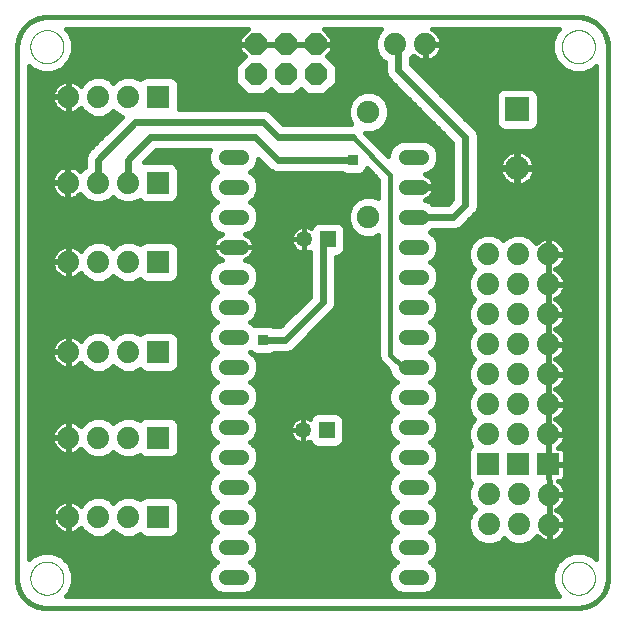
<source format=gtl>
G75*
%MOIN*%
%OFA0B0*%
%FSLAX25Y25*%
%IPPOS*%
%LPD*%
%AMOC8*
5,1,8,0,0,1.08239X$1,22.5*
%
%ADD10C,0.00000*%
%ADD11C,0.01600*%
%ADD12R,0.05315X0.05315*%
%ADD13C,0.05315*%
%ADD14C,0.07500*%
%ADD15R,0.08000X0.08000*%
%ADD16C,0.08000*%
%ADD17C,0.05150*%
%ADD18C,0.07400*%
%ADD19OC8,0.07400*%
%ADD20R,0.07400X0.07400*%
%ADD21R,0.03562X0.03562*%
%ADD22C,0.02400*%
D10*
X0006143Y0011643D02*
X0006145Y0011791D01*
X0006151Y0011939D01*
X0006161Y0012087D01*
X0006175Y0012234D01*
X0006193Y0012381D01*
X0006214Y0012527D01*
X0006240Y0012673D01*
X0006270Y0012818D01*
X0006303Y0012962D01*
X0006341Y0013105D01*
X0006382Y0013247D01*
X0006427Y0013388D01*
X0006475Y0013528D01*
X0006528Y0013667D01*
X0006584Y0013804D01*
X0006644Y0013939D01*
X0006707Y0014073D01*
X0006774Y0014205D01*
X0006845Y0014335D01*
X0006919Y0014463D01*
X0006996Y0014589D01*
X0007077Y0014713D01*
X0007161Y0014835D01*
X0007248Y0014954D01*
X0007339Y0015071D01*
X0007433Y0015186D01*
X0007529Y0015298D01*
X0007629Y0015408D01*
X0007731Y0015514D01*
X0007837Y0015618D01*
X0007945Y0015719D01*
X0008056Y0015817D01*
X0008169Y0015913D01*
X0008285Y0016005D01*
X0008403Y0016094D01*
X0008524Y0016179D01*
X0008647Y0016262D01*
X0008772Y0016341D01*
X0008899Y0016417D01*
X0009028Y0016489D01*
X0009159Y0016558D01*
X0009292Y0016623D01*
X0009427Y0016684D01*
X0009563Y0016742D01*
X0009700Y0016797D01*
X0009839Y0016847D01*
X0009980Y0016894D01*
X0010121Y0016937D01*
X0010264Y0016977D01*
X0010408Y0017012D01*
X0010552Y0017044D01*
X0010698Y0017071D01*
X0010844Y0017095D01*
X0010991Y0017115D01*
X0011138Y0017131D01*
X0011285Y0017143D01*
X0011433Y0017151D01*
X0011581Y0017155D01*
X0011729Y0017155D01*
X0011877Y0017151D01*
X0012025Y0017143D01*
X0012172Y0017131D01*
X0012319Y0017115D01*
X0012466Y0017095D01*
X0012612Y0017071D01*
X0012758Y0017044D01*
X0012902Y0017012D01*
X0013046Y0016977D01*
X0013189Y0016937D01*
X0013330Y0016894D01*
X0013471Y0016847D01*
X0013610Y0016797D01*
X0013747Y0016742D01*
X0013883Y0016684D01*
X0014018Y0016623D01*
X0014151Y0016558D01*
X0014282Y0016489D01*
X0014411Y0016417D01*
X0014538Y0016341D01*
X0014663Y0016262D01*
X0014786Y0016179D01*
X0014907Y0016094D01*
X0015025Y0016005D01*
X0015141Y0015913D01*
X0015254Y0015817D01*
X0015365Y0015719D01*
X0015473Y0015618D01*
X0015579Y0015514D01*
X0015681Y0015408D01*
X0015781Y0015298D01*
X0015877Y0015186D01*
X0015971Y0015071D01*
X0016062Y0014954D01*
X0016149Y0014835D01*
X0016233Y0014713D01*
X0016314Y0014589D01*
X0016391Y0014463D01*
X0016465Y0014335D01*
X0016536Y0014205D01*
X0016603Y0014073D01*
X0016666Y0013939D01*
X0016726Y0013804D01*
X0016782Y0013667D01*
X0016835Y0013528D01*
X0016883Y0013388D01*
X0016928Y0013247D01*
X0016969Y0013105D01*
X0017007Y0012962D01*
X0017040Y0012818D01*
X0017070Y0012673D01*
X0017096Y0012527D01*
X0017117Y0012381D01*
X0017135Y0012234D01*
X0017149Y0012087D01*
X0017159Y0011939D01*
X0017165Y0011791D01*
X0017167Y0011643D01*
X0017165Y0011495D01*
X0017159Y0011347D01*
X0017149Y0011199D01*
X0017135Y0011052D01*
X0017117Y0010905D01*
X0017096Y0010759D01*
X0017070Y0010613D01*
X0017040Y0010468D01*
X0017007Y0010324D01*
X0016969Y0010181D01*
X0016928Y0010039D01*
X0016883Y0009898D01*
X0016835Y0009758D01*
X0016782Y0009619D01*
X0016726Y0009482D01*
X0016666Y0009347D01*
X0016603Y0009213D01*
X0016536Y0009081D01*
X0016465Y0008951D01*
X0016391Y0008823D01*
X0016314Y0008697D01*
X0016233Y0008573D01*
X0016149Y0008451D01*
X0016062Y0008332D01*
X0015971Y0008215D01*
X0015877Y0008100D01*
X0015781Y0007988D01*
X0015681Y0007878D01*
X0015579Y0007772D01*
X0015473Y0007668D01*
X0015365Y0007567D01*
X0015254Y0007469D01*
X0015141Y0007373D01*
X0015025Y0007281D01*
X0014907Y0007192D01*
X0014786Y0007107D01*
X0014663Y0007024D01*
X0014538Y0006945D01*
X0014411Y0006869D01*
X0014282Y0006797D01*
X0014151Y0006728D01*
X0014018Y0006663D01*
X0013883Y0006602D01*
X0013747Y0006544D01*
X0013610Y0006489D01*
X0013471Y0006439D01*
X0013330Y0006392D01*
X0013189Y0006349D01*
X0013046Y0006309D01*
X0012902Y0006274D01*
X0012758Y0006242D01*
X0012612Y0006215D01*
X0012466Y0006191D01*
X0012319Y0006171D01*
X0012172Y0006155D01*
X0012025Y0006143D01*
X0011877Y0006135D01*
X0011729Y0006131D01*
X0011581Y0006131D01*
X0011433Y0006135D01*
X0011285Y0006143D01*
X0011138Y0006155D01*
X0010991Y0006171D01*
X0010844Y0006191D01*
X0010698Y0006215D01*
X0010552Y0006242D01*
X0010408Y0006274D01*
X0010264Y0006309D01*
X0010121Y0006349D01*
X0009980Y0006392D01*
X0009839Y0006439D01*
X0009700Y0006489D01*
X0009563Y0006544D01*
X0009427Y0006602D01*
X0009292Y0006663D01*
X0009159Y0006728D01*
X0009028Y0006797D01*
X0008899Y0006869D01*
X0008772Y0006945D01*
X0008647Y0007024D01*
X0008524Y0007107D01*
X0008403Y0007192D01*
X0008285Y0007281D01*
X0008169Y0007373D01*
X0008056Y0007469D01*
X0007945Y0007567D01*
X0007837Y0007668D01*
X0007731Y0007772D01*
X0007629Y0007878D01*
X0007529Y0007988D01*
X0007433Y0008100D01*
X0007339Y0008215D01*
X0007248Y0008332D01*
X0007161Y0008451D01*
X0007077Y0008573D01*
X0006996Y0008697D01*
X0006919Y0008823D01*
X0006845Y0008951D01*
X0006774Y0009081D01*
X0006707Y0009213D01*
X0006644Y0009347D01*
X0006584Y0009482D01*
X0006528Y0009619D01*
X0006475Y0009758D01*
X0006427Y0009898D01*
X0006382Y0010039D01*
X0006341Y0010181D01*
X0006303Y0010324D01*
X0006270Y0010468D01*
X0006240Y0010613D01*
X0006214Y0010759D01*
X0006193Y0010905D01*
X0006175Y0011052D01*
X0006161Y0011199D01*
X0006151Y0011347D01*
X0006145Y0011495D01*
X0006143Y0011643D01*
X0006143Y0188808D02*
X0006145Y0188956D01*
X0006151Y0189104D01*
X0006161Y0189252D01*
X0006175Y0189399D01*
X0006193Y0189546D01*
X0006214Y0189692D01*
X0006240Y0189838D01*
X0006270Y0189983D01*
X0006303Y0190127D01*
X0006341Y0190270D01*
X0006382Y0190412D01*
X0006427Y0190553D01*
X0006475Y0190693D01*
X0006528Y0190832D01*
X0006584Y0190969D01*
X0006644Y0191104D01*
X0006707Y0191238D01*
X0006774Y0191370D01*
X0006845Y0191500D01*
X0006919Y0191628D01*
X0006996Y0191754D01*
X0007077Y0191878D01*
X0007161Y0192000D01*
X0007248Y0192119D01*
X0007339Y0192236D01*
X0007433Y0192351D01*
X0007529Y0192463D01*
X0007629Y0192573D01*
X0007731Y0192679D01*
X0007837Y0192783D01*
X0007945Y0192884D01*
X0008056Y0192982D01*
X0008169Y0193078D01*
X0008285Y0193170D01*
X0008403Y0193259D01*
X0008524Y0193344D01*
X0008647Y0193427D01*
X0008772Y0193506D01*
X0008899Y0193582D01*
X0009028Y0193654D01*
X0009159Y0193723D01*
X0009292Y0193788D01*
X0009427Y0193849D01*
X0009563Y0193907D01*
X0009700Y0193962D01*
X0009839Y0194012D01*
X0009980Y0194059D01*
X0010121Y0194102D01*
X0010264Y0194142D01*
X0010408Y0194177D01*
X0010552Y0194209D01*
X0010698Y0194236D01*
X0010844Y0194260D01*
X0010991Y0194280D01*
X0011138Y0194296D01*
X0011285Y0194308D01*
X0011433Y0194316D01*
X0011581Y0194320D01*
X0011729Y0194320D01*
X0011877Y0194316D01*
X0012025Y0194308D01*
X0012172Y0194296D01*
X0012319Y0194280D01*
X0012466Y0194260D01*
X0012612Y0194236D01*
X0012758Y0194209D01*
X0012902Y0194177D01*
X0013046Y0194142D01*
X0013189Y0194102D01*
X0013330Y0194059D01*
X0013471Y0194012D01*
X0013610Y0193962D01*
X0013747Y0193907D01*
X0013883Y0193849D01*
X0014018Y0193788D01*
X0014151Y0193723D01*
X0014282Y0193654D01*
X0014411Y0193582D01*
X0014538Y0193506D01*
X0014663Y0193427D01*
X0014786Y0193344D01*
X0014907Y0193259D01*
X0015025Y0193170D01*
X0015141Y0193078D01*
X0015254Y0192982D01*
X0015365Y0192884D01*
X0015473Y0192783D01*
X0015579Y0192679D01*
X0015681Y0192573D01*
X0015781Y0192463D01*
X0015877Y0192351D01*
X0015971Y0192236D01*
X0016062Y0192119D01*
X0016149Y0192000D01*
X0016233Y0191878D01*
X0016314Y0191754D01*
X0016391Y0191628D01*
X0016465Y0191500D01*
X0016536Y0191370D01*
X0016603Y0191238D01*
X0016666Y0191104D01*
X0016726Y0190969D01*
X0016782Y0190832D01*
X0016835Y0190693D01*
X0016883Y0190553D01*
X0016928Y0190412D01*
X0016969Y0190270D01*
X0017007Y0190127D01*
X0017040Y0189983D01*
X0017070Y0189838D01*
X0017096Y0189692D01*
X0017117Y0189546D01*
X0017135Y0189399D01*
X0017149Y0189252D01*
X0017159Y0189104D01*
X0017165Y0188956D01*
X0017167Y0188808D01*
X0017165Y0188660D01*
X0017159Y0188512D01*
X0017149Y0188364D01*
X0017135Y0188217D01*
X0017117Y0188070D01*
X0017096Y0187924D01*
X0017070Y0187778D01*
X0017040Y0187633D01*
X0017007Y0187489D01*
X0016969Y0187346D01*
X0016928Y0187204D01*
X0016883Y0187063D01*
X0016835Y0186923D01*
X0016782Y0186784D01*
X0016726Y0186647D01*
X0016666Y0186512D01*
X0016603Y0186378D01*
X0016536Y0186246D01*
X0016465Y0186116D01*
X0016391Y0185988D01*
X0016314Y0185862D01*
X0016233Y0185738D01*
X0016149Y0185616D01*
X0016062Y0185497D01*
X0015971Y0185380D01*
X0015877Y0185265D01*
X0015781Y0185153D01*
X0015681Y0185043D01*
X0015579Y0184937D01*
X0015473Y0184833D01*
X0015365Y0184732D01*
X0015254Y0184634D01*
X0015141Y0184538D01*
X0015025Y0184446D01*
X0014907Y0184357D01*
X0014786Y0184272D01*
X0014663Y0184189D01*
X0014538Y0184110D01*
X0014411Y0184034D01*
X0014282Y0183962D01*
X0014151Y0183893D01*
X0014018Y0183828D01*
X0013883Y0183767D01*
X0013747Y0183709D01*
X0013610Y0183654D01*
X0013471Y0183604D01*
X0013330Y0183557D01*
X0013189Y0183514D01*
X0013046Y0183474D01*
X0012902Y0183439D01*
X0012758Y0183407D01*
X0012612Y0183380D01*
X0012466Y0183356D01*
X0012319Y0183336D01*
X0012172Y0183320D01*
X0012025Y0183308D01*
X0011877Y0183300D01*
X0011729Y0183296D01*
X0011581Y0183296D01*
X0011433Y0183300D01*
X0011285Y0183308D01*
X0011138Y0183320D01*
X0010991Y0183336D01*
X0010844Y0183356D01*
X0010698Y0183380D01*
X0010552Y0183407D01*
X0010408Y0183439D01*
X0010264Y0183474D01*
X0010121Y0183514D01*
X0009980Y0183557D01*
X0009839Y0183604D01*
X0009700Y0183654D01*
X0009563Y0183709D01*
X0009427Y0183767D01*
X0009292Y0183828D01*
X0009159Y0183893D01*
X0009028Y0183962D01*
X0008899Y0184034D01*
X0008772Y0184110D01*
X0008647Y0184189D01*
X0008524Y0184272D01*
X0008403Y0184357D01*
X0008285Y0184446D01*
X0008169Y0184538D01*
X0008056Y0184634D01*
X0007945Y0184732D01*
X0007837Y0184833D01*
X0007731Y0184937D01*
X0007629Y0185043D01*
X0007529Y0185153D01*
X0007433Y0185265D01*
X0007339Y0185380D01*
X0007248Y0185497D01*
X0007161Y0185616D01*
X0007077Y0185738D01*
X0006996Y0185862D01*
X0006919Y0185988D01*
X0006845Y0186116D01*
X0006774Y0186246D01*
X0006707Y0186378D01*
X0006644Y0186512D01*
X0006584Y0186647D01*
X0006528Y0186784D01*
X0006475Y0186923D01*
X0006427Y0187063D01*
X0006382Y0187204D01*
X0006341Y0187346D01*
X0006303Y0187489D01*
X0006270Y0187633D01*
X0006240Y0187778D01*
X0006214Y0187924D01*
X0006193Y0188070D01*
X0006175Y0188217D01*
X0006161Y0188364D01*
X0006151Y0188512D01*
X0006145Y0188660D01*
X0006143Y0188808D01*
X0183309Y0188808D02*
X0183311Y0188956D01*
X0183317Y0189104D01*
X0183327Y0189252D01*
X0183341Y0189399D01*
X0183359Y0189546D01*
X0183380Y0189692D01*
X0183406Y0189838D01*
X0183436Y0189983D01*
X0183469Y0190127D01*
X0183507Y0190270D01*
X0183548Y0190412D01*
X0183593Y0190553D01*
X0183641Y0190693D01*
X0183694Y0190832D01*
X0183750Y0190969D01*
X0183810Y0191104D01*
X0183873Y0191238D01*
X0183940Y0191370D01*
X0184011Y0191500D01*
X0184085Y0191628D01*
X0184162Y0191754D01*
X0184243Y0191878D01*
X0184327Y0192000D01*
X0184414Y0192119D01*
X0184505Y0192236D01*
X0184599Y0192351D01*
X0184695Y0192463D01*
X0184795Y0192573D01*
X0184897Y0192679D01*
X0185003Y0192783D01*
X0185111Y0192884D01*
X0185222Y0192982D01*
X0185335Y0193078D01*
X0185451Y0193170D01*
X0185569Y0193259D01*
X0185690Y0193344D01*
X0185813Y0193427D01*
X0185938Y0193506D01*
X0186065Y0193582D01*
X0186194Y0193654D01*
X0186325Y0193723D01*
X0186458Y0193788D01*
X0186593Y0193849D01*
X0186729Y0193907D01*
X0186866Y0193962D01*
X0187005Y0194012D01*
X0187146Y0194059D01*
X0187287Y0194102D01*
X0187430Y0194142D01*
X0187574Y0194177D01*
X0187718Y0194209D01*
X0187864Y0194236D01*
X0188010Y0194260D01*
X0188157Y0194280D01*
X0188304Y0194296D01*
X0188451Y0194308D01*
X0188599Y0194316D01*
X0188747Y0194320D01*
X0188895Y0194320D01*
X0189043Y0194316D01*
X0189191Y0194308D01*
X0189338Y0194296D01*
X0189485Y0194280D01*
X0189632Y0194260D01*
X0189778Y0194236D01*
X0189924Y0194209D01*
X0190068Y0194177D01*
X0190212Y0194142D01*
X0190355Y0194102D01*
X0190496Y0194059D01*
X0190637Y0194012D01*
X0190776Y0193962D01*
X0190913Y0193907D01*
X0191049Y0193849D01*
X0191184Y0193788D01*
X0191317Y0193723D01*
X0191448Y0193654D01*
X0191577Y0193582D01*
X0191704Y0193506D01*
X0191829Y0193427D01*
X0191952Y0193344D01*
X0192073Y0193259D01*
X0192191Y0193170D01*
X0192307Y0193078D01*
X0192420Y0192982D01*
X0192531Y0192884D01*
X0192639Y0192783D01*
X0192745Y0192679D01*
X0192847Y0192573D01*
X0192947Y0192463D01*
X0193043Y0192351D01*
X0193137Y0192236D01*
X0193228Y0192119D01*
X0193315Y0192000D01*
X0193399Y0191878D01*
X0193480Y0191754D01*
X0193557Y0191628D01*
X0193631Y0191500D01*
X0193702Y0191370D01*
X0193769Y0191238D01*
X0193832Y0191104D01*
X0193892Y0190969D01*
X0193948Y0190832D01*
X0194001Y0190693D01*
X0194049Y0190553D01*
X0194094Y0190412D01*
X0194135Y0190270D01*
X0194173Y0190127D01*
X0194206Y0189983D01*
X0194236Y0189838D01*
X0194262Y0189692D01*
X0194283Y0189546D01*
X0194301Y0189399D01*
X0194315Y0189252D01*
X0194325Y0189104D01*
X0194331Y0188956D01*
X0194333Y0188808D01*
X0194331Y0188660D01*
X0194325Y0188512D01*
X0194315Y0188364D01*
X0194301Y0188217D01*
X0194283Y0188070D01*
X0194262Y0187924D01*
X0194236Y0187778D01*
X0194206Y0187633D01*
X0194173Y0187489D01*
X0194135Y0187346D01*
X0194094Y0187204D01*
X0194049Y0187063D01*
X0194001Y0186923D01*
X0193948Y0186784D01*
X0193892Y0186647D01*
X0193832Y0186512D01*
X0193769Y0186378D01*
X0193702Y0186246D01*
X0193631Y0186116D01*
X0193557Y0185988D01*
X0193480Y0185862D01*
X0193399Y0185738D01*
X0193315Y0185616D01*
X0193228Y0185497D01*
X0193137Y0185380D01*
X0193043Y0185265D01*
X0192947Y0185153D01*
X0192847Y0185043D01*
X0192745Y0184937D01*
X0192639Y0184833D01*
X0192531Y0184732D01*
X0192420Y0184634D01*
X0192307Y0184538D01*
X0192191Y0184446D01*
X0192073Y0184357D01*
X0191952Y0184272D01*
X0191829Y0184189D01*
X0191704Y0184110D01*
X0191577Y0184034D01*
X0191448Y0183962D01*
X0191317Y0183893D01*
X0191184Y0183828D01*
X0191049Y0183767D01*
X0190913Y0183709D01*
X0190776Y0183654D01*
X0190637Y0183604D01*
X0190496Y0183557D01*
X0190355Y0183514D01*
X0190212Y0183474D01*
X0190068Y0183439D01*
X0189924Y0183407D01*
X0189778Y0183380D01*
X0189632Y0183356D01*
X0189485Y0183336D01*
X0189338Y0183320D01*
X0189191Y0183308D01*
X0189043Y0183300D01*
X0188895Y0183296D01*
X0188747Y0183296D01*
X0188599Y0183300D01*
X0188451Y0183308D01*
X0188304Y0183320D01*
X0188157Y0183336D01*
X0188010Y0183356D01*
X0187864Y0183380D01*
X0187718Y0183407D01*
X0187574Y0183439D01*
X0187430Y0183474D01*
X0187287Y0183514D01*
X0187146Y0183557D01*
X0187005Y0183604D01*
X0186866Y0183654D01*
X0186729Y0183709D01*
X0186593Y0183767D01*
X0186458Y0183828D01*
X0186325Y0183893D01*
X0186194Y0183962D01*
X0186065Y0184034D01*
X0185938Y0184110D01*
X0185813Y0184189D01*
X0185690Y0184272D01*
X0185569Y0184357D01*
X0185451Y0184446D01*
X0185335Y0184538D01*
X0185222Y0184634D01*
X0185111Y0184732D01*
X0185003Y0184833D01*
X0184897Y0184937D01*
X0184795Y0185043D01*
X0184695Y0185153D01*
X0184599Y0185265D01*
X0184505Y0185380D01*
X0184414Y0185497D01*
X0184327Y0185616D01*
X0184243Y0185738D01*
X0184162Y0185862D01*
X0184085Y0185988D01*
X0184011Y0186116D01*
X0183940Y0186246D01*
X0183873Y0186378D01*
X0183810Y0186512D01*
X0183750Y0186647D01*
X0183694Y0186784D01*
X0183641Y0186923D01*
X0183593Y0187063D01*
X0183548Y0187204D01*
X0183507Y0187346D01*
X0183469Y0187489D01*
X0183436Y0187633D01*
X0183406Y0187778D01*
X0183380Y0187924D01*
X0183359Y0188070D01*
X0183341Y0188217D01*
X0183327Y0188364D01*
X0183317Y0188512D01*
X0183311Y0188660D01*
X0183309Y0188808D01*
X0183309Y0011643D02*
X0183311Y0011791D01*
X0183317Y0011939D01*
X0183327Y0012087D01*
X0183341Y0012234D01*
X0183359Y0012381D01*
X0183380Y0012527D01*
X0183406Y0012673D01*
X0183436Y0012818D01*
X0183469Y0012962D01*
X0183507Y0013105D01*
X0183548Y0013247D01*
X0183593Y0013388D01*
X0183641Y0013528D01*
X0183694Y0013667D01*
X0183750Y0013804D01*
X0183810Y0013939D01*
X0183873Y0014073D01*
X0183940Y0014205D01*
X0184011Y0014335D01*
X0184085Y0014463D01*
X0184162Y0014589D01*
X0184243Y0014713D01*
X0184327Y0014835D01*
X0184414Y0014954D01*
X0184505Y0015071D01*
X0184599Y0015186D01*
X0184695Y0015298D01*
X0184795Y0015408D01*
X0184897Y0015514D01*
X0185003Y0015618D01*
X0185111Y0015719D01*
X0185222Y0015817D01*
X0185335Y0015913D01*
X0185451Y0016005D01*
X0185569Y0016094D01*
X0185690Y0016179D01*
X0185813Y0016262D01*
X0185938Y0016341D01*
X0186065Y0016417D01*
X0186194Y0016489D01*
X0186325Y0016558D01*
X0186458Y0016623D01*
X0186593Y0016684D01*
X0186729Y0016742D01*
X0186866Y0016797D01*
X0187005Y0016847D01*
X0187146Y0016894D01*
X0187287Y0016937D01*
X0187430Y0016977D01*
X0187574Y0017012D01*
X0187718Y0017044D01*
X0187864Y0017071D01*
X0188010Y0017095D01*
X0188157Y0017115D01*
X0188304Y0017131D01*
X0188451Y0017143D01*
X0188599Y0017151D01*
X0188747Y0017155D01*
X0188895Y0017155D01*
X0189043Y0017151D01*
X0189191Y0017143D01*
X0189338Y0017131D01*
X0189485Y0017115D01*
X0189632Y0017095D01*
X0189778Y0017071D01*
X0189924Y0017044D01*
X0190068Y0017012D01*
X0190212Y0016977D01*
X0190355Y0016937D01*
X0190496Y0016894D01*
X0190637Y0016847D01*
X0190776Y0016797D01*
X0190913Y0016742D01*
X0191049Y0016684D01*
X0191184Y0016623D01*
X0191317Y0016558D01*
X0191448Y0016489D01*
X0191577Y0016417D01*
X0191704Y0016341D01*
X0191829Y0016262D01*
X0191952Y0016179D01*
X0192073Y0016094D01*
X0192191Y0016005D01*
X0192307Y0015913D01*
X0192420Y0015817D01*
X0192531Y0015719D01*
X0192639Y0015618D01*
X0192745Y0015514D01*
X0192847Y0015408D01*
X0192947Y0015298D01*
X0193043Y0015186D01*
X0193137Y0015071D01*
X0193228Y0014954D01*
X0193315Y0014835D01*
X0193399Y0014713D01*
X0193480Y0014589D01*
X0193557Y0014463D01*
X0193631Y0014335D01*
X0193702Y0014205D01*
X0193769Y0014073D01*
X0193832Y0013939D01*
X0193892Y0013804D01*
X0193948Y0013667D01*
X0194001Y0013528D01*
X0194049Y0013388D01*
X0194094Y0013247D01*
X0194135Y0013105D01*
X0194173Y0012962D01*
X0194206Y0012818D01*
X0194236Y0012673D01*
X0194262Y0012527D01*
X0194283Y0012381D01*
X0194301Y0012234D01*
X0194315Y0012087D01*
X0194325Y0011939D01*
X0194331Y0011791D01*
X0194333Y0011643D01*
X0194331Y0011495D01*
X0194325Y0011347D01*
X0194315Y0011199D01*
X0194301Y0011052D01*
X0194283Y0010905D01*
X0194262Y0010759D01*
X0194236Y0010613D01*
X0194206Y0010468D01*
X0194173Y0010324D01*
X0194135Y0010181D01*
X0194094Y0010039D01*
X0194049Y0009898D01*
X0194001Y0009758D01*
X0193948Y0009619D01*
X0193892Y0009482D01*
X0193832Y0009347D01*
X0193769Y0009213D01*
X0193702Y0009081D01*
X0193631Y0008951D01*
X0193557Y0008823D01*
X0193480Y0008697D01*
X0193399Y0008573D01*
X0193315Y0008451D01*
X0193228Y0008332D01*
X0193137Y0008215D01*
X0193043Y0008100D01*
X0192947Y0007988D01*
X0192847Y0007878D01*
X0192745Y0007772D01*
X0192639Y0007668D01*
X0192531Y0007567D01*
X0192420Y0007469D01*
X0192307Y0007373D01*
X0192191Y0007281D01*
X0192073Y0007192D01*
X0191952Y0007107D01*
X0191829Y0007024D01*
X0191704Y0006945D01*
X0191577Y0006869D01*
X0191448Y0006797D01*
X0191317Y0006728D01*
X0191184Y0006663D01*
X0191049Y0006602D01*
X0190913Y0006544D01*
X0190776Y0006489D01*
X0190637Y0006439D01*
X0190496Y0006392D01*
X0190355Y0006349D01*
X0190212Y0006309D01*
X0190068Y0006274D01*
X0189924Y0006242D01*
X0189778Y0006215D01*
X0189632Y0006191D01*
X0189485Y0006171D01*
X0189338Y0006155D01*
X0189191Y0006143D01*
X0189043Y0006135D01*
X0188895Y0006131D01*
X0188747Y0006131D01*
X0188599Y0006135D01*
X0188451Y0006143D01*
X0188304Y0006155D01*
X0188157Y0006171D01*
X0188010Y0006191D01*
X0187864Y0006215D01*
X0187718Y0006242D01*
X0187574Y0006274D01*
X0187430Y0006309D01*
X0187287Y0006349D01*
X0187146Y0006392D01*
X0187005Y0006439D01*
X0186866Y0006489D01*
X0186729Y0006544D01*
X0186593Y0006602D01*
X0186458Y0006663D01*
X0186325Y0006728D01*
X0186194Y0006797D01*
X0186065Y0006869D01*
X0185938Y0006945D01*
X0185813Y0007024D01*
X0185690Y0007107D01*
X0185569Y0007192D01*
X0185451Y0007281D01*
X0185335Y0007373D01*
X0185222Y0007469D01*
X0185111Y0007567D01*
X0185003Y0007668D01*
X0184897Y0007772D01*
X0184795Y0007878D01*
X0184695Y0007988D01*
X0184599Y0008100D01*
X0184505Y0008215D01*
X0184414Y0008332D01*
X0184327Y0008451D01*
X0184243Y0008573D01*
X0184162Y0008697D01*
X0184085Y0008823D01*
X0184011Y0008951D01*
X0183940Y0009081D01*
X0183873Y0009213D01*
X0183810Y0009347D01*
X0183750Y0009482D01*
X0183694Y0009619D01*
X0183641Y0009758D01*
X0183593Y0009898D01*
X0183548Y0010039D01*
X0183507Y0010181D01*
X0183469Y0010324D01*
X0183436Y0010468D01*
X0183406Y0010613D01*
X0183380Y0010759D01*
X0183359Y0010905D01*
X0183341Y0011052D01*
X0183327Y0011199D01*
X0183317Y0011347D01*
X0183311Y0011495D01*
X0183309Y0011643D01*
D11*
X0188821Y0001800D02*
X0010671Y0001800D01*
X0018133Y0005800D02*
X0019041Y0006708D01*
X0020367Y0009910D01*
X0020367Y0013375D01*
X0019041Y0016577D01*
X0016590Y0019028D01*
X0013388Y0020354D01*
X0009923Y0020354D01*
X0006721Y0019028D01*
X0005813Y0018120D01*
X0005813Y0182330D01*
X0006721Y0181422D01*
X0009923Y0180096D01*
X0013388Y0180096D01*
X0016590Y0181422D01*
X0019041Y0183873D01*
X0020367Y0187075D01*
X0020367Y0190541D01*
X0019041Y0193743D01*
X0018133Y0194650D01*
X0078637Y0194650D01*
X0075840Y0191854D01*
X0075840Y0189776D01*
X0081140Y0189776D01*
X0081140Y0189376D01*
X0075840Y0189376D01*
X0075840Y0187297D01*
X0077572Y0185566D01*
X0074440Y0182434D01*
X0074440Y0176718D01*
X0078482Y0172676D01*
X0084199Y0172676D01*
X0086340Y0174818D01*
X0088482Y0172676D01*
X0094199Y0172676D01*
X0096340Y0174818D01*
X0098482Y0172676D01*
X0104199Y0172676D01*
X0108240Y0176718D01*
X0108240Y0182434D01*
X0105109Y0185566D01*
X0106840Y0187297D01*
X0106840Y0189376D01*
X0101541Y0189376D01*
X0101541Y0189776D01*
X0106840Y0189776D01*
X0106840Y0191854D01*
X0104044Y0194650D01*
X0123094Y0194650D01*
X0121928Y0193484D01*
X0120877Y0190948D01*
X0120877Y0188203D01*
X0121928Y0185667D01*
X0123869Y0183726D01*
X0124263Y0183563D01*
X0124263Y0180275D01*
X0124933Y0178658D01*
X0126171Y0177420D01*
X0146763Y0156828D01*
X0146763Y0137973D01*
X0145266Y0136476D01*
X0140182Y0136476D01*
X0139686Y0136971D01*
X0137566Y0137850D01*
X0138095Y0138021D01*
X0138708Y0138334D01*
X0139265Y0138739D01*
X0139752Y0139226D01*
X0140157Y0139783D01*
X0140470Y0140396D01*
X0140682Y0141051D01*
X0140790Y0141731D01*
X0140790Y0142076D01*
X0140790Y0142420D01*
X0140682Y0143100D01*
X0140470Y0143755D01*
X0140157Y0144368D01*
X0139752Y0144926D01*
X0139265Y0145413D01*
X0138708Y0145817D01*
X0138095Y0146130D01*
X0137566Y0146302D01*
X0139686Y0147180D01*
X0141311Y0148804D01*
X0142190Y0150927D01*
X0142190Y0153224D01*
X0141311Y0155347D01*
X0139686Y0156971D01*
X0137564Y0157850D01*
X0130117Y0157850D01*
X0127995Y0156971D01*
X0126370Y0155347D01*
X0125491Y0153224D01*
X0125491Y0152480D01*
X0117845Y0160126D01*
X0120223Y0160126D01*
X0122777Y0161184D01*
X0124732Y0163139D01*
X0125790Y0165693D01*
X0125790Y0168458D01*
X0124732Y0171012D01*
X0122777Y0172968D01*
X0120223Y0174026D01*
X0117458Y0174026D01*
X0114904Y0172968D01*
X0112949Y0171012D01*
X0111890Y0168458D01*
X0111890Y0165693D01*
X0112949Y0163139D01*
X0113037Y0163050D01*
X0090486Y0163050D01*
X0086156Y0167381D01*
X0084539Y0168050D01*
X0055740Y0168050D01*
X0055740Y0176412D01*
X0055253Y0177588D01*
X0054353Y0178488D01*
X0053177Y0178976D01*
X0044504Y0178976D01*
X0043328Y0178488D01*
X0042757Y0177917D01*
X0042749Y0177925D01*
X0040213Y0178976D01*
X0037468Y0178976D01*
X0034932Y0177925D01*
X0033840Y0176834D01*
X0032749Y0177925D01*
X0030213Y0178976D01*
X0027468Y0178976D01*
X0024932Y0177925D01*
X0022991Y0175984D01*
X0022909Y0175786D01*
X0022423Y0176271D01*
X0021723Y0176780D01*
X0020952Y0177173D01*
X0020128Y0177440D01*
X0019273Y0177576D01*
X0019040Y0177576D01*
X0019040Y0172276D01*
X0018640Y0172276D01*
X0018640Y0171876D01*
X0013340Y0171876D01*
X0013340Y0171643D01*
X0013476Y0170788D01*
X0013743Y0169964D01*
X0014136Y0169193D01*
X0014645Y0168493D01*
X0015257Y0167880D01*
X0015958Y0167372D01*
X0016729Y0166979D01*
X0017553Y0166711D01*
X0018408Y0166576D01*
X0018640Y0166576D01*
X0018640Y0171876D01*
X0019040Y0171876D01*
X0019040Y0166576D01*
X0019273Y0166576D01*
X0020128Y0166711D01*
X0020952Y0166979D01*
X0021723Y0167372D01*
X0022423Y0167880D01*
X0022909Y0168366D01*
X0022991Y0168167D01*
X0024932Y0166226D01*
X0027468Y0165176D01*
X0030213Y0165176D01*
X0032749Y0166226D01*
X0033840Y0167318D01*
X0034932Y0166226D01*
X0036759Y0165469D01*
X0026171Y0154881D01*
X0024933Y0153643D01*
X0024263Y0152026D01*
X0024263Y0148881D01*
X0022804Y0147421D01*
X0022722Y0147223D01*
X0022236Y0147708D01*
X0021536Y0148217D01*
X0020765Y0148610D01*
X0019941Y0148877D01*
X0019086Y0149013D01*
X0018853Y0149013D01*
X0018853Y0143713D01*
X0018453Y0143713D01*
X0018453Y0143313D01*
X0013153Y0143313D01*
X0013153Y0143080D01*
X0013289Y0142225D01*
X0013556Y0141401D01*
X0013949Y0140630D01*
X0014458Y0139930D01*
X0015070Y0139317D01*
X0015771Y0138809D01*
X0016542Y0138416D01*
X0017366Y0138148D01*
X0018221Y0138013D01*
X0018453Y0138013D01*
X0018453Y0143313D01*
X0018853Y0143313D01*
X0018853Y0138013D01*
X0019086Y0138013D01*
X0019941Y0138148D01*
X0020765Y0138416D01*
X0021536Y0138809D01*
X0022236Y0139317D01*
X0022722Y0139803D01*
X0022804Y0139604D01*
X0024745Y0137663D01*
X0027281Y0136613D01*
X0030026Y0136613D01*
X0032562Y0137663D01*
X0033653Y0138755D01*
X0034745Y0137663D01*
X0037281Y0136613D01*
X0040026Y0136613D01*
X0042562Y0137663D01*
X0042570Y0137671D01*
X0043141Y0137100D01*
X0044317Y0136613D01*
X0052990Y0136613D01*
X0054166Y0137100D01*
X0055066Y0138000D01*
X0055553Y0139176D01*
X0055553Y0147849D01*
X0055066Y0149025D01*
X0054166Y0149925D01*
X0052990Y0150413D01*
X0044317Y0150413D01*
X0044029Y0150293D01*
X0047986Y0154250D01*
X0065916Y0154250D01*
X0065491Y0153224D01*
X0065491Y0150927D01*
X0066370Y0148804D01*
X0067995Y0147180D01*
X0068246Y0147076D01*
X0067995Y0146971D01*
X0066370Y0145347D01*
X0065491Y0143224D01*
X0065491Y0140927D01*
X0066370Y0138804D01*
X0067995Y0137180D01*
X0068246Y0137076D01*
X0067995Y0136971D01*
X0066370Y0135347D01*
X0065491Y0133224D01*
X0065491Y0130927D01*
X0066370Y0128804D01*
X0067995Y0127180D01*
X0070115Y0126302D01*
X0069586Y0126130D01*
X0068973Y0125817D01*
X0068416Y0125412D01*
X0067929Y0124926D01*
X0067524Y0124368D01*
X0067211Y0123755D01*
X0066999Y0123100D01*
X0066891Y0122420D01*
X0066891Y0122076D01*
X0073840Y0122076D01*
X0073840Y0122076D01*
X0066891Y0122076D01*
X0066891Y0121731D01*
X0066999Y0121051D01*
X0067211Y0120396D01*
X0067524Y0119783D01*
X0067929Y0119226D01*
X0068416Y0118739D01*
X0068973Y0118334D01*
X0069586Y0118021D01*
X0070115Y0117850D01*
X0067995Y0116971D01*
X0066370Y0115347D01*
X0065491Y0113224D01*
X0065491Y0110927D01*
X0066370Y0108804D01*
X0067995Y0107180D01*
X0068246Y0107076D01*
X0067995Y0106971D01*
X0066370Y0105347D01*
X0065491Y0103224D01*
X0065491Y0100927D01*
X0066370Y0098804D01*
X0067995Y0097180D01*
X0068246Y0097076D01*
X0067995Y0096971D01*
X0066370Y0095347D01*
X0065491Y0093224D01*
X0065491Y0090927D01*
X0066370Y0088804D01*
X0067995Y0087180D01*
X0068246Y0087076D01*
X0067995Y0086971D01*
X0066370Y0085347D01*
X0065491Y0083224D01*
X0065491Y0080927D01*
X0066370Y0078804D01*
X0067995Y0077180D01*
X0068246Y0077076D01*
X0067995Y0076971D01*
X0066370Y0075347D01*
X0065491Y0073224D01*
X0065491Y0070927D01*
X0066370Y0068804D01*
X0067995Y0067180D01*
X0068246Y0067076D01*
X0067995Y0066971D01*
X0066370Y0065347D01*
X0065491Y0063224D01*
X0065491Y0060927D01*
X0066370Y0058804D01*
X0067995Y0057180D01*
X0068246Y0057076D01*
X0067995Y0056971D01*
X0066370Y0055347D01*
X0065491Y0053224D01*
X0065491Y0050927D01*
X0066370Y0048804D01*
X0067995Y0047180D01*
X0068246Y0047076D01*
X0067995Y0046971D01*
X0066370Y0045347D01*
X0065491Y0043224D01*
X0065491Y0040927D01*
X0066370Y0038804D01*
X0067995Y0037180D01*
X0068246Y0037076D01*
X0067995Y0036971D01*
X0066370Y0035347D01*
X0065491Y0033224D01*
X0065491Y0030927D01*
X0066370Y0028804D01*
X0067995Y0027180D01*
X0068246Y0027076D01*
X0067995Y0026971D01*
X0066370Y0025347D01*
X0065491Y0023224D01*
X0065491Y0020927D01*
X0066370Y0018804D01*
X0067995Y0017180D01*
X0068246Y0017076D01*
X0067995Y0016971D01*
X0066370Y0015347D01*
X0065491Y0013224D01*
X0065491Y0010927D01*
X0066370Y0008804D01*
X0067995Y0007180D01*
X0070117Y0006301D01*
X0077564Y0006301D01*
X0079686Y0007180D01*
X0081311Y0008804D01*
X0082190Y0010927D01*
X0082190Y0013224D01*
X0081311Y0015347D01*
X0079686Y0016971D01*
X0079434Y0017076D01*
X0079686Y0017180D01*
X0081311Y0018804D01*
X0082190Y0020927D01*
X0082190Y0023224D01*
X0081311Y0025347D01*
X0079686Y0026971D01*
X0079434Y0027076D01*
X0079686Y0027180D01*
X0081311Y0028804D01*
X0082190Y0030927D01*
X0082190Y0033224D01*
X0081311Y0035347D01*
X0079686Y0036971D01*
X0079434Y0037076D01*
X0079686Y0037180D01*
X0081311Y0038804D01*
X0082190Y0040927D01*
X0082190Y0043224D01*
X0081311Y0045347D01*
X0079686Y0046971D01*
X0079434Y0047076D01*
X0079686Y0047180D01*
X0081311Y0048804D01*
X0082190Y0050927D01*
X0082190Y0053224D01*
X0081311Y0055347D01*
X0079686Y0056971D01*
X0079434Y0057076D01*
X0079686Y0057180D01*
X0081311Y0058804D01*
X0082190Y0060927D01*
X0082190Y0063224D01*
X0081311Y0065347D01*
X0079686Y0066971D01*
X0079434Y0067076D01*
X0079686Y0067180D01*
X0081311Y0068804D01*
X0082190Y0070927D01*
X0082190Y0073224D01*
X0081311Y0075347D01*
X0079686Y0076971D01*
X0079434Y0077076D01*
X0079686Y0077180D01*
X0081311Y0078804D01*
X0082190Y0080927D01*
X0082190Y0083224D01*
X0081311Y0085347D01*
X0079686Y0086971D01*
X0079434Y0087076D01*
X0079587Y0087139D01*
X0080070Y0086656D01*
X0081246Y0086169D01*
X0086081Y0086169D01*
X0087257Y0086656D01*
X0087351Y0086750D01*
X0092039Y0086750D01*
X0093656Y0087420D01*
X0106156Y0099920D01*
X0107393Y0101158D01*
X0108063Y0102775D01*
X0108063Y0118718D01*
X0108571Y0118718D01*
X0109748Y0119205D01*
X0110648Y0120105D01*
X0111135Y0121282D01*
X0111135Y0127870D01*
X0110648Y0129046D01*
X0109748Y0129946D01*
X0108571Y0130433D01*
X0101983Y0130433D01*
X0100807Y0129946D01*
X0099907Y0129046D01*
X0099653Y0128432D01*
X0099115Y0128706D01*
X0098447Y0128923D01*
X0097754Y0129033D01*
X0097404Y0129033D01*
X0097404Y0124576D01*
X0097403Y0124576D01*
X0097403Y0124576D01*
X0092946Y0124576D01*
X0092946Y0124926D01*
X0093056Y0125619D01*
X0093273Y0126287D01*
X0093591Y0126912D01*
X0094004Y0127479D01*
X0094500Y0127976D01*
X0095067Y0128388D01*
X0095692Y0128706D01*
X0096360Y0128923D01*
X0097053Y0129033D01*
X0097403Y0129033D01*
X0097403Y0124576D01*
X0092946Y0124576D01*
X0092946Y0124225D01*
X0093056Y0123532D01*
X0093273Y0122865D01*
X0093591Y0122239D01*
X0094004Y0121672D01*
X0094500Y0121176D01*
X0095067Y0120763D01*
X0095692Y0120445D01*
X0096360Y0120228D01*
X0097053Y0120118D01*
X0097403Y0120118D01*
X0097403Y0124575D01*
X0097404Y0124575D01*
X0097404Y0120118D01*
X0097754Y0120118D01*
X0098447Y0120228D01*
X0099115Y0120445D01*
X0099263Y0120520D01*
X0099263Y0105473D01*
X0089341Y0095550D01*
X0087351Y0095550D01*
X0087257Y0095644D01*
X0086081Y0096131D01*
X0081246Y0096131D01*
X0080737Y0095921D01*
X0079686Y0096971D01*
X0079434Y0097076D01*
X0079686Y0097180D01*
X0081311Y0098804D01*
X0082190Y0100927D01*
X0082190Y0103224D01*
X0081311Y0105347D01*
X0079686Y0106971D01*
X0079434Y0107076D01*
X0079686Y0107180D01*
X0081311Y0108804D01*
X0082190Y0110927D01*
X0082190Y0113224D01*
X0081311Y0115347D01*
X0079686Y0116971D01*
X0077566Y0117850D01*
X0078095Y0118021D01*
X0078708Y0118334D01*
X0079265Y0118739D01*
X0079752Y0119226D01*
X0080157Y0119783D01*
X0080470Y0120396D01*
X0080682Y0121051D01*
X0080790Y0121731D01*
X0080790Y0122076D01*
X0080790Y0122420D01*
X0080682Y0123100D01*
X0080470Y0123755D01*
X0080157Y0124368D01*
X0079752Y0124926D01*
X0079265Y0125412D01*
X0078708Y0125817D01*
X0078095Y0126130D01*
X0077566Y0126302D01*
X0079686Y0127180D01*
X0081311Y0128804D01*
X0082190Y0130927D01*
X0082190Y0133224D01*
X0081311Y0135347D01*
X0079686Y0136971D01*
X0079434Y0137076D01*
X0079686Y0137180D01*
X0081311Y0138804D01*
X0082190Y0140927D01*
X0082190Y0143224D01*
X0081311Y0145347D01*
X0079686Y0146971D01*
X0079434Y0147076D01*
X0079686Y0147180D01*
X0081311Y0148804D01*
X0082190Y0150927D01*
X0082190Y0151401D01*
X0086171Y0147420D01*
X0087788Y0146750D01*
X0109976Y0146750D01*
X0110070Y0146656D01*
X0111246Y0146169D01*
X0116081Y0146169D01*
X0117257Y0146656D01*
X0118157Y0147557D01*
X0118433Y0148223D01*
X0122163Y0144494D01*
X0122163Y0138222D01*
X0120223Y0139026D01*
X0117458Y0139026D01*
X0114904Y0137968D01*
X0112949Y0136012D01*
X0111890Y0133458D01*
X0111890Y0130693D01*
X0112949Y0128139D01*
X0114904Y0126184D01*
X0117458Y0125126D01*
X0120223Y0125126D01*
X0122163Y0125929D01*
X0122163Y0085355D01*
X0122772Y0083885D01*
X0123898Y0082759D01*
X0125491Y0081166D01*
X0125491Y0080927D01*
X0126370Y0078804D01*
X0127995Y0077180D01*
X0128246Y0077076D01*
X0127995Y0076971D01*
X0126370Y0075347D01*
X0125491Y0073224D01*
X0125491Y0070927D01*
X0126370Y0068804D01*
X0127995Y0067180D01*
X0128246Y0067076D01*
X0127995Y0066971D01*
X0126370Y0065347D01*
X0125491Y0063224D01*
X0125491Y0060927D01*
X0126370Y0058804D01*
X0127995Y0057180D01*
X0128246Y0057076D01*
X0127995Y0056971D01*
X0126370Y0055347D01*
X0125491Y0053224D01*
X0125491Y0050927D01*
X0126370Y0048804D01*
X0127995Y0047180D01*
X0128246Y0047076D01*
X0127995Y0046971D01*
X0126370Y0045347D01*
X0125491Y0043224D01*
X0125491Y0040927D01*
X0126370Y0038804D01*
X0127995Y0037180D01*
X0128246Y0037076D01*
X0127995Y0036971D01*
X0126370Y0035347D01*
X0125491Y0033224D01*
X0125491Y0030927D01*
X0126370Y0028804D01*
X0127995Y0027180D01*
X0128246Y0027076D01*
X0127995Y0026971D01*
X0126370Y0025347D01*
X0125491Y0023224D01*
X0125491Y0020927D01*
X0126370Y0018804D01*
X0127995Y0017180D01*
X0128246Y0017076D01*
X0127995Y0016971D01*
X0126370Y0015347D01*
X0125491Y0013224D01*
X0125491Y0010927D01*
X0126370Y0008804D01*
X0127995Y0007180D01*
X0130117Y0006301D01*
X0137564Y0006301D01*
X0139686Y0007180D01*
X0141311Y0008804D01*
X0142190Y0010927D01*
X0142190Y0013224D01*
X0141311Y0015347D01*
X0139686Y0016971D01*
X0139434Y0017076D01*
X0139686Y0017180D01*
X0141311Y0018804D01*
X0142190Y0020927D01*
X0142190Y0023224D01*
X0141311Y0025347D01*
X0139686Y0026971D01*
X0139434Y0027076D01*
X0139686Y0027180D01*
X0141311Y0028804D01*
X0142190Y0030927D01*
X0142190Y0033224D01*
X0141311Y0035347D01*
X0139686Y0036971D01*
X0139434Y0037076D01*
X0139686Y0037180D01*
X0141311Y0038804D01*
X0142190Y0040927D01*
X0142190Y0043224D01*
X0141311Y0045347D01*
X0139686Y0046971D01*
X0139434Y0047076D01*
X0139686Y0047180D01*
X0141311Y0048804D01*
X0142190Y0050927D01*
X0142190Y0053224D01*
X0141311Y0055347D01*
X0139686Y0056971D01*
X0139434Y0057076D01*
X0139686Y0057180D01*
X0141311Y0058804D01*
X0142190Y0060927D01*
X0142190Y0063224D01*
X0141311Y0065347D01*
X0139686Y0066971D01*
X0139434Y0067076D01*
X0139686Y0067180D01*
X0141311Y0068804D01*
X0142190Y0070927D01*
X0142190Y0073224D01*
X0141311Y0075347D01*
X0139686Y0076971D01*
X0139434Y0077076D01*
X0139686Y0077180D01*
X0141311Y0078804D01*
X0142190Y0080927D01*
X0142190Y0083224D01*
X0141311Y0085347D01*
X0139686Y0086971D01*
X0139434Y0087076D01*
X0139686Y0087180D01*
X0141311Y0088804D01*
X0142190Y0090927D01*
X0142190Y0093224D01*
X0141311Y0095347D01*
X0139686Y0096971D01*
X0139434Y0097076D01*
X0139686Y0097180D01*
X0141311Y0098804D01*
X0142190Y0100927D01*
X0142190Y0103224D01*
X0141311Y0105347D01*
X0139686Y0106971D01*
X0139434Y0107076D01*
X0139686Y0107180D01*
X0141311Y0108804D01*
X0142190Y0110927D01*
X0142190Y0113224D01*
X0141311Y0115347D01*
X0139686Y0116971D01*
X0139434Y0117076D01*
X0139686Y0117180D01*
X0141311Y0118804D01*
X0142190Y0120927D01*
X0142190Y0123224D01*
X0141311Y0125347D01*
X0139686Y0126971D01*
X0139434Y0127076D01*
X0139686Y0127180D01*
X0140182Y0127676D01*
X0147964Y0127676D01*
X0149581Y0128345D01*
X0153656Y0132420D01*
X0154893Y0133658D01*
X0155563Y0135275D01*
X0155563Y0159526D01*
X0154893Y0161143D01*
X0133063Y0182973D01*
X0133063Y0185103D01*
X0133627Y0185667D01*
X0133709Y0185866D01*
X0134194Y0185380D01*
X0134895Y0184872D01*
X0135666Y0184479D01*
X0136490Y0184211D01*
X0137345Y0184076D01*
X0137577Y0184076D01*
X0137577Y0189376D01*
X0137977Y0189376D01*
X0137977Y0184076D01*
X0138210Y0184076D01*
X0139065Y0184211D01*
X0139889Y0184479D01*
X0140660Y0184872D01*
X0141360Y0185380D01*
X0141973Y0185993D01*
X0142482Y0186693D01*
X0142875Y0187464D01*
X0143142Y0188288D01*
X0143277Y0189143D01*
X0143277Y0189376D01*
X0137978Y0189376D01*
X0137978Y0189776D01*
X0143277Y0189776D01*
X0143277Y0190008D01*
X0143142Y0190864D01*
X0142875Y0191687D01*
X0142482Y0192458D01*
X0141973Y0193159D01*
X0141360Y0193771D01*
X0140660Y0194280D01*
X0139932Y0194650D01*
X0182343Y0194650D01*
X0181435Y0193743D01*
X0180109Y0190541D01*
X0180109Y0187075D01*
X0181435Y0183873D01*
X0183886Y0181422D01*
X0187088Y0180096D01*
X0190554Y0180096D01*
X0193756Y0181422D01*
X0194663Y0182330D01*
X0194663Y0018120D01*
X0193756Y0019028D01*
X0190554Y0020354D01*
X0187088Y0020354D01*
X0183886Y0019028D01*
X0181435Y0016577D01*
X0180109Y0013375D01*
X0180109Y0009910D01*
X0181435Y0006708D01*
X0182343Y0005800D01*
X0018133Y0005800D01*
X0018929Y0006596D02*
X0069405Y0006596D01*
X0066980Y0008194D02*
X0019657Y0008194D01*
X0020319Y0009793D02*
X0065961Y0009793D01*
X0065491Y0011391D02*
X0020367Y0011391D01*
X0020367Y0012990D02*
X0065491Y0012990D01*
X0066056Y0014588D02*
X0019865Y0014588D01*
X0019203Y0016187D02*
X0067210Y0016187D01*
X0067389Y0017785D02*
X0017833Y0017785D01*
X0015732Y0019384D02*
X0066130Y0019384D01*
X0065491Y0020982D02*
X0005813Y0020982D01*
X0005813Y0019384D02*
X0007579Y0019384D01*
X0005813Y0022581D02*
X0065491Y0022581D01*
X0065886Y0024179D02*
X0005813Y0024179D01*
X0005813Y0025778D02*
X0026014Y0025778D01*
X0024932Y0026226D02*
X0027468Y0025176D01*
X0030213Y0025176D01*
X0032749Y0026226D01*
X0033840Y0027318D01*
X0034932Y0026226D01*
X0037468Y0025176D01*
X0040213Y0025176D01*
X0042749Y0026226D01*
X0042757Y0026234D01*
X0043328Y0025663D01*
X0044504Y0025176D01*
X0053177Y0025176D01*
X0054353Y0025663D01*
X0055253Y0026563D01*
X0055740Y0027739D01*
X0055740Y0036412D01*
X0055253Y0037588D01*
X0054353Y0038488D01*
X0053177Y0038976D01*
X0044504Y0038976D01*
X0043328Y0038488D01*
X0042757Y0037917D01*
X0042749Y0037925D01*
X0040213Y0038976D01*
X0037468Y0038976D01*
X0034932Y0037925D01*
X0033840Y0036834D01*
X0032749Y0037925D01*
X0030213Y0038976D01*
X0027468Y0038976D01*
X0024932Y0037925D01*
X0022991Y0035984D01*
X0022909Y0035786D01*
X0022423Y0036271D01*
X0021723Y0036780D01*
X0020952Y0037173D01*
X0020128Y0037440D01*
X0019273Y0037576D01*
X0019040Y0037576D01*
X0019040Y0032276D01*
X0018640Y0032276D01*
X0018640Y0031876D01*
X0013340Y0031876D01*
X0013340Y0031643D01*
X0013476Y0030788D01*
X0013743Y0029964D01*
X0014136Y0029193D01*
X0014645Y0028493D01*
X0015257Y0027880D01*
X0015958Y0027372D01*
X0016729Y0026979D01*
X0017553Y0026711D01*
X0018408Y0026576D01*
X0018640Y0026576D01*
X0018640Y0031876D01*
X0019040Y0031876D01*
X0019040Y0026576D01*
X0019273Y0026576D01*
X0020128Y0026711D01*
X0020952Y0026979D01*
X0021723Y0027372D01*
X0022423Y0027880D01*
X0022909Y0028366D01*
X0022991Y0028167D01*
X0024932Y0026226D01*
X0023782Y0027376D02*
X0021729Y0027376D01*
X0019040Y0027376D02*
X0018640Y0027376D01*
X0018640Y0028975D02*
X0019040Y0028975D01*
X0019040Y0030573D02*
X0018640Y0030573D01*
X0018640Y0032172D02*
X0005813Y0032172D01*
X0005813Y0033770D02*
X0013608Y0033770D01*
X0013476Y0033364D02*
X0013340Y0032508D01*
X0013340Y0032276D01*
X0018640Y0032276D01*
X0018640Y0037576D01*
X0018408Y0037576D01*
X0017553Y0037440D01*
X0016729Y0037173D01*
X0015958Y0036780D01*
X0015257Y0036271D01*
X0014645Y0035659D01*
X0014136Y0034958D01*
X0013743Y0034187D01*
X0013476Y0033364D01*
X0014435Y0035369D02*
X0005813Y0035369D01*
X0005813Y0036967D02*
X0016326Y0036967D01*
X0018640Y0036967D02*
X0019040Y0036967D01*
X0019040Y0035369D02*
X0018640Y0035369D01*
X0018640Y0033770D02*
X0019040Y0033770D01*
X0021355Y0036967D02*
X0023974Y0036967D01*
X0026479Y0038566D02*
X0005813Y0038566D01*
X0005813Y0040164D02*
X0065807Y0040164D01*
X0065491Y0041763D02*
X0005813Y0041763D01*
X0005813Y0043361D02*
X0065548Y0043361D01*
X0066210Y0044960D02*
X0005813Y0044960D01*
X0005813Y0046558D02*
X0067582Y0046558D01*
X0067018Y0048157D02*
X0005813Y0048157D01*
X0005813Y0049755D02*
X0065976Y0049755D01*
X0065491Y0051354D02*
X0005813Y0051354D01*
X0005813Y0052952D02*
X0024643Y0052952D01*
X0024932Y0052663D02*
X0027468Y0051613D01*
X0030213Y0051613D01*
X0032749Y0052663D01*
X0033840Y0053755D01*
X0034932Y0052663D01*
X0037468Y0051613D01*
X0040213Y0051613D01*
X0042749Y0052663D01*
X0042757Y0052671D01*
X0043328Y0052100D01*
X0044504Y0051613D01*
X0053177Y0051613D01*
X0054353Y0052100D01*
X0055253Y0053000D01*
X0055740Y0054176D01*
X0055740Y0062849D01*
X0055253Y0064025D01*
X0054353Y0064925D01*
X0053177Y0065413D01*
X0044504Y0065413D01*
X0043328Y0064925D01*
X0042757Y0064354D01*
X0042749Y0064362D01*
X0040213Y0065413D01*
X0037468Y0065413D01*
X0034932Y0064362D01*
X0033840Y0063271D01*
X0032749Y0064362D01*
X0030213Y0065413D01*
X0027468Y0065413D01*
X0024932Y0064362D01*
X0022991Y0062421D01*
X0022909Y0062223D01*
X0022423Y0062708D01*
X0021723Y0063217D01*
X0020952Y0063610D01*
X0020128Y0063877D01*
X0019273Y0064013D01*
X0019040Y0064013D01*
X0019040Y0058713D01*
X0018640Y0058713D01*
X0018640Y0058313D01*
X0013340Y0058313D01*
X0013340Y0058080D01*
X0013476Y0057225D01*
X0013743Y0056401D01*
X0014136Y0055630D01*
X0014645Y0054930D01*
X0015257Y0054317D01*
X0015958Y0053809D01*
X0016729Y0053416D01*
X0017553Y0053148D01*
X0018408Y0053013D01*
X0018640Y0053013D01*
X0018640Y0058313D01*
X0019040Y0058313D01*
X0019040Y0053013D01*
X0019273Y0053013D01*
X0020128Y0053148D01*
X0020952Y0053416D01*
X0021723Y0053809D01*
X0022423Y0054317D01*
X0022909Y0054803D01*
X0022991Y0054604D01*
X0024932Y0052663D01*
X0023044Y0054551D02*
X0022657Y0054551D01*
X0019040Y0054551D02*
X0018640Y0054551D01*
X0018640Y0056149D02*
X0019040Y0056149D01*
X0019040Y0057748D02*
X0018640Y0057748D01*
X0018640Y0058713D02*
X0013340Y0058713D01*
X0013340Y0058945D01*
X0013476Y0059801D01*
X0013743Y0060624D01*
X0014136Y0061395D01*
X0014645Y0062096D01*
X0015257Y0062708D01*
X0015958Y0063217D01*
X0016729Y0063610D01*
X0017553Y0063877D01*
X0018408Y0064013D01*
X0018640Y0064013D01*
X0018640Y0058713D01*
X0018640Y0059346D02*
X0019040Y0059346D01*
X0019040Y0060945D02*
X0018640Y0060945D01*
X0018640Y0062543D02*
X0019040Y0062543D01*
X0022588Y0062543D02*
X0023113Y0062543D01*
X0024712Y0064142D02*
X0005813Y0064142D01*
X0005813Y0065740D02*
X0066764Y0065740D01*
X0065871Y0064142D02*
X0055137Y0064142D01*
X0055740Y0062543D02*
X0065491Y0062543D01*
X0065491Y0060945D02*
X0055740Y0060945D01*
X0055740Y0059346D02*
X0066146Y0059346D01*
X0067427Y0057748D02*
X0055740Y0057748D01*
X0055740Y0056149D02*
X0067173Y0056149D01*
X0066040Y0054551D02*
X0055740Y0054551D01*
X0055206Y0052952D02*
X0065491Y0052952D01*
X0066609Y0038566D02*
X0054166Y0038566D01*
X0055511Y0036967D02*
X0067991Y0036967D01*
X0066392Y0035369D02*
X0055740Y0035369D01*
X0055740Y0033770D02*
X0065717Y0033770D01*
X0065491Y0032172D02*
X0055740Y0032172D01*
X0055740Y0030573D02*
X0065637Y0030573D01*
X0066300Y0028975D02*
X0055740Y0028975D01*
X0055590Y0027376D02*
X0067798Y0027376D01*
X0066801Y0025778D02*
X0054468Y0025778D01*
X0043213Y0025778D02*
X0041667Y0025778D01*
X0036014Y0025778D02*
X0031667Y0025778D01*
X0033707Y0036967D02*
X0033974Y0036967D01*
X0036479Y0038566D02*
X0031202Y0038566D01*
X0041202Y0038566D02*
X0043515Y0038566D01*
X0034643Y0052952D02*
X0033038Y0052952D01*
X0032969Y0064142D02*
X0034712Y0064142D01*
X0037468Y0080176D02*
X0040213Y0080176D01*
X0042749Y0081226D01*
X0042757Y0081234D01*
X0043328Y0080663D01*
X0044504Y0080176D01*
X0053177Y0080176D01*
X0054353Y0080663D01*
X0055253Y0081563D01*
X0055740Y0082739D01*
X0055740Y0091412D01*
X0055253Y0092588D01*
X0054353Y0093488D01*
X0053177Y0093976D01*
X0044504Y0093976D01*
X0043328Y0093488D01*
X0042757Y0092917D01*
X0042749Y0092925D01*
X0040213Y0093976D01*
X0037468Y0093976D01*
X0034932Y0092925D01*
X0033840Y0091834D01*
X0032749Y0092925D01*
X0030213Y0093976D01*
X0027468Y0093976D01*
X0024932Y0092925D01*
X0022991Y0090984D01*
X0022909Y0090786D01*
X0022423Y0091271D01*
X0021723Y0091780D01*
X0020952Y0092173D01*
X0020128Y0092440D01*
X0019273Y0092576D01*
X0019040Y0092576D01*
X0019040Y0087276D01*
X0018640Y0087276D01*
X0018640Y0086876D01*
X0013340Y0086876D01*
X0013340Y0086643D01*
X0013476Y0085788D01*
X0013743Y0084964D01*
X0014136Y0084193D01*
X0014645Y0083493D01*
X0015257Y0082880D01*
X0015958Y0082372D01*
X0016729Y0081979D01*
X0017553Y0081711D01*
X0018408Y0081576D01*
X0018640Y0081576D01*
X0018640Y0086876D01*
X0019040Y0086876D01*
X0019040Y0081576D01*
X0019273Y0081576D01*
X0020128Y0081711D01*
X0020952Y0081979D01*
X0021723Y0082372D01*
X0022423Y0082880D01*
X0022909Y0083366D01*
X0022991Y0083167D01*
X0024932Y0081226D01*
X0027468Y0080176D01*
X0030213Y0080176D01*
X0032749Y0081226D01*
X0033840Y0082318D01*
X0034932Y0081226D01*
X0037468Y0080176D01*
X0034432Y0081726D02*
X0033249Y0081726D01*
X0024432Y0081726D02*
X0020173Y0081726D01*
X0019040Y0081726D02*
X0018640Y0081726D01*
X0017508Y0081726D02*
X0005813Y0081726D01*
X0005813Y0083324D02*
X0014814Y0083324D01*
X0013765Y0084923D02*
X0005813Y0084923D01*
X0005813Y0086521D02*
X0013360Y0086521D01*
X0013340Y0087276D02*
X0018640Y0087276D01*
X0018640Y0092576D01*
X0018408Y0092576D01*
X0017553Y0092440D01*
X0016729Y0092173D01*
X0015958Y0091780D01*
X0015257Y0091271D01*
X0014645Y0090659D01*
X0014136Y0089958D01*
X0013743Y0089187D01*
X0013476Y0088364D01*
X0013340Y0087508D01*
X0013340Y0087276D01*
X0013437Y0088120D02*
X0005813Y0088120D01*
X0005813Y0089718D02*
X0014014Y0089718D01*
X0015321Y0091317D02*
X0005813Y0091317D01*
X0005813Y0092915D02*
X0024922Y0092915D01*
X0023323Y0091317D02*
X0022360Y0091317D01*
X0019040Y0091317D02*
X0018640Y0091317D01*
X0018640Y0089718D02*
X0019040Y0089718D01*
X0019040Y0088120D02*
X0018640Y0088120D01*
X0018640Y0086521D02*
X0019040Y0086521D01*
X0019040Y0084923D02*
X0018640Y0084923D01*
X0018640Y0083324D02*
X0019040Y0083324D01*
X0022867Y0083324D02*
X0022926Y0083324D01*
X0032759Y0092915D02*
X0034922Y0092915D01*
X0037468Y0110176D02*
X0040213Y0110176D01*
X0042749Y0111226D01*
X0042757Y0111234D01*
X0043328Y0110663D01*
X0044504Y0110176D01*
X0053177Y0110176D01*
X0054353Y0110663D01*
X0055253Y0111563D01*
X0055740Y0112739D01*
X0055740Y0121412D01*
X0055253Y0122588D01*
X0054353Y0123488D01*
X0053177Y0123976D01*
X0044504Y0123976D01*
X0043328Y0123488D01*
X0042757Y0122917D01*
X0042749Y0122925D01*
X0040213Y0123976D01*
X0037468Y0123976D01*
X0034932Y0122925D01*
X0033840Y0121834D01*
X0032749Y0122925D01*
X0030213Y0123976D01*
X0027468Y0123976D01*
X0024932Y0122925D01*
X0022991Y0120984D01*
X0022909Y0120786D01*
X0022423Y0121271D01*
X0021723Y0121780D01*
X0020952Y0122173D01*
X0020128Y0122440D01*
X0019273Y0122576D01*
X0019040Y0122576D01*
X0019040Y0117276D01*
X0018640Y0117276D01*
X0018640Y0116876D01*
X0013340Y0116876D01*
X0013340Y0116643D01*
X0013476Y0115788D01*
X0013743Y0114964D01*
X0014136Y0114193D01*
X0014645Y0113493D01*
X0015257Y0112880D01*
X0015958Y0112372D01*
X0016729Y0111979D01*
X0017553Y0111711D01*
X0018408Y0111576D01*
X0018640Y0111576D01*
X0018640Y0116876D01*
X0019040Y0116876D01*
X0019040Y0111576D01*
X0019273Y0111576D01*
X0020128Y0111711D01*
X0020952Y0111979D01*
X0021723Y0112372D01*
X0022423Y0112880D01*
X0022909Y0113366D01*
X0022991Y0113167D01*
X0024932Y0111226D01*
X0027468Y0110176D01*
X0030213Y0110176D01*
X0032749Y0111226D01*
X0033840Y0112318D01*
X0034932Y0111226D01*
X0037468Y0110176D01*
X0036688Y0110499D02*
X0030993Y0110499D01*
X0033620Y0112097D02*
X0034061Y0112097D01*
X0026688Y0110499D02*
X0005813Y0110499D01*
X0005813Y0112097D02*
X0016496Y0112097D01*
X0018640Y0112097D02*
X0019040Y0112097D01*
X0019040Y0113696D02*
X0018640Y0113696D01*
X0018640Y0115294D02*
X0019040Y0115294D01*
X0018640Y0116893D02*
X0005813Y0116893D01*
X0005813Y0118491D02*
X0013517Y0118491D01*
X0013476Y0118364D02*
X0013340Y0117508D01*
X0013340Y0117276D01*
X0018640Y0117276D01*
X0018640Y0122576D01*
X0018408Y0122576D01*
X0017553Y0122440D01*
X0016729Y0122173D01*
X0015958Y0121780D01*
X0015257Y0121271D01*
X0014645Y0120659D01*
X0014136Y0119958D01*
X0013743Y0119187D01*
X0013476Y0118364D01*
X0014232Y0120090D02*
X0005813Y0120090D01*
X0005813Y0121688D02*
X0015832Y0121688D01*
X0018640Y0121688D02*
X0019040Y0121688D01*
X0019040Y0120090D02*
X0018640Y0120090D01*
X0018640Y0118491D02*
X0019040Y0118491D01*
X0021849Y0121688D02*
X0023695Y0121688D01*
X0025805Y0123287D02*
X0005813Y0123287D01*
X0005813Y0124885D02*
X0067900Y0124885D01*
X0067059Y0123287D02*
X0054555Y0123287D01*
X0055626Y0121688D02*
X0066898Y0121688D01*
X0067368Y0120090D02*
X0055740Y0120090D01*
X0055740Y0118491D02*
X0068756Y0118491D01*
X0067916Y0116893D02*
X0055740Y0116893D01*
X0055740Y0115294D02*
X0066348Y0115294D01*
X0065686Y0113696D02*
X0055740Y0113696D01*
X0055475Y0112097D02*
X0065491Y0112097D01*
X0065668Y0110499D02*
X0053957Y0110499D01*
X0043724Y0110499D02*
X0040993Y0110499D01*
X0041876Y0123287D02*
X0043126Y0123287D01*
X0035805Y0123287D02*
X0031876Y0123287D01*
X0024061Y0112097D02*
X0021185Y0112097D01*
X0014498Y0113696D02*
X0005813Y0113696D01*
X0005813Y0115294D02*
X0013636Y0115294D01*
X0005813Y0108900D02*
X0066330Y0108900D01*
X0067873Y0107302D02*
X0005813Y0107302D01*
X0005813Y0105703D02*
X0066727Y0105703D01*
X0065856Y0104105D02*
X0005813Y0104105D01*
X0005813Y0102506D02*
X0065491Y0102506D01*
X0065499Y0100908D02*
X0005813Y0100908D01*
X0005813Y0099309D02*
X0066161Y0099309D01*
X0067464Y0097711D02*
X0005813Y0097711D01*
X0005813Y0096112D02*
X0067135Y0096112D01*
X0066025Y0094514D02*
X0005813Y0094514D01*
X0005813Y0080127D02*
X0065822Y0080127D01*
X0065491Y0081726D02*
X0055321Y0081726D01*
X0055740Y0083324D02*
X0065532Y0083324D01*
X0066194Y0084923D02*
X0055740Y0084923D01*
X0055740Y0086521D02*
X0067544Y0086521D01*
X0067055Y0088120D02*
X0055740Y0088120D01*
X0055740Y0089718D02*
X0065992Y0089718D01*
X0065491Y0091317D02*
X0055740Y0091317D01*
X0054926Y0092915D02*
X0065491Y0092915D01*
X0066646Y0078529D02*
X0005813Y0078529D01*
X0005813Y0076930D02*
X0067953Y0076930D01*
X0066364Y0075332D02*
X0005813Y0075332D01*
X0005813Y0073733D02*
X0065702Y0073733D01*
X0065491Y0072134D02*
X0005813Y0072134D01*
X0005813Y0070536D02*
X0065653Y0070536D01*
X0066315Y0068937D02*
X0005813Y0068937D01*
X0005813Y0067339D02*
X0067835Y0067339D01*
X0079845Y0067339D02*
X0127835Y0067339D01*
X0126764Y0065740D02*
X0110016Y0065740D01*
X0110274Y0065483D02*
X0109374Y0066383D01*
X0108197Y0066870D01*
X0101609Y0066870D01*
X0100433Y0066383D01*
X0099533Y0065483D01*
X0099279Y0064869D01*
X0098741Y0065143D01*
X0098073Y0065360D01*
X0097380Y0065470D01*
X0097030Y0065470D01*
X0097030Y0061013D01*
X0097029Y0061013D01*
X0097029Y0065470D01*
X0096679Y0065470D01*
X0095986Y0065360D01*
X0095318Y0065143D01*
X0094693Y0064825D01*
X0094126Y0064413D01*
X0093629Y0063916D01*
X0093217Y0063349D01*
X0092899Y0062724D01*
X0092682Y0062056D01*
X0092572Y0061363D01*
X0092572Y0061013D01*
X0097029Y0061013D01*
X0097029Y0061013D01*
X0092572Y0061013D01*
X0092572Y0060662D01*
X0092682Y0059969D01*
X0092899Y0059302D01*
X0093217Y0058676D01*
X0093629Y0058109D01*
X0094126Y0057613D01*
X0094693Y0057200D01*
X0095318Y0056882D01*
X0095986Y0056665D01*
X0096679Y0056555D01*
X0097029Y0056555D01*
X0097029Y0061012D01*
X0097030Y0061012D01*
X0097030Y0056555D01*
X0097380Y0056555D01*
X0098073Y0056665D01*
X0098741Y0056882D01*
X0099279Y0057156D01*
X0099533Y0056542D01*
X0100433Y0055642D01*
X0101609Y0055155D01*
X0108197Y0055155D01*
X0109374Y0055642D01*
X0110274Y0056542D01*
X0110761Y0057719D01*
X0110761Y0064307D01*
X0110274Y0065483D01*
X0110761Y0064142D02*
X0125871Y0064142D01*
X0125491Y0062543D02*
X0110761Y0062543D01*
X0110761Y0060945D02*
X0125491Y0060945D01*
X0126146Y0059346D02*
X0110761Y0059346D01*
X0110761Y0057748D02*
X0127427Y0057748D01*
X0127173Y0056149D02*
X0109881Y0056149D01*
X0099926Y0056149D02*
X0080508Y0056149D01*
X0080254Y0057748D02*
X0093990Y0057748D01*
X0092884Y0059346D02*
X0081535Y0059346D01*
X0082190Y0060945D02*
X0092572Y0060945D01*
X0092840Y0062543D02*
X0082190Y0062543D01*
X0081810Y0064142D02*
X0093855Y0064142D01*
X0097029Y0064142D02*
X0097030Y0064142D01*
X0097029Y0062543D02*
X0097030Y0062543D01*
X0097029Y0060945D02*
X0097030Y0060945D01*
X0097029Y0059346D02*
X0097030Y0059346D01*
X0097029Y0057748D02*
X0097030Y0057748D01*
X0099791Y0065740D02*
X0080917Y0065740D01*
X0081366Y0068937D02*
X0126315Y0068937D01*
X0125653Y0070536D02*
X0082028Y0070536D01*
X0082190Y0072134D02*
X0125491Y0072134D01*
X0125702Y0073733D02*
X0081979Y0073733D01*
X0081317Y0075332D02*
X0126364Y0075332D01*
X0127953Y0076930D02*
X0079728Y0076930D01*
X0081035Y0078529D02*
X0126646Y0078529D01*
X0125822Y0080127D02*
X0081859Y0080127D01*
X0082190Y0081726D02*
X0124931Y0081726D01*
X0123333Y0083324D02*
X0082149Y0083324D01*
X0081487Y0084923D02*
X0122342Y0084923D01*
X0122163Y0086521D02*
X0086930Y0086521D01*
X0080396Y0086521D02*
X0080137Y0086521D01*
X0080546Y0096112D02*
X0081199Y0096112D01*
X0080217Y0097711D02*
X0091501Y0097711D01*
X0093100Y0099309D02*
X0081520Y0099309D01*
X0082182Y0100908D02*
X0094698Y0100908D01*
X0096297Y0102506D02*
X0082190Y0102506D01*
X0081825Y0104105D02*
X0097895Y0104105D01*
X0099263Y0105703D02*
X0080954Y0105703D01*
X0079808Y0107302D02*
X0099263Y0107302D01*
X0099263Y0108900D02*
X0081351Y0108900D01*
X0082013Y0110499D02*
X0099263Y0110499D01*
X0099263Y0112097D02*
X0082190Y0112097D01*
X0081995Y0113696D02*
X0099263Y0113696D01*
X0099263Y0115294D02*
X0081333Y0115294D01*
X0079765Y0116893D02*
X0099263Y0116893D01*
X0099263Y0118491D02*
X0078925Y0118491D01*
X0080313Y0120090D02*
X0099263Y0120090D01*
X0097404Y0121688D02*
X0097403Y0121688D01*
X0097403Y0123287D02*
X0097404Y0123287D01*
X0097403Y0124885D02*
X0097404Y0124885D01*
X0097403Y0126484D02*
X0097404Y0126484D01*
X0097403Y0128082D02*
X0097404Y0128082D01*
X0094647Y0128082D02*
X0080589Y0128082D01*
X0081674Y0129681D02*
X0100542Y0129681D01*
X0105277Y0124576D02*
X0103663Y0122961D01*
X0108063Y0118491D02*
X0122163Y0118491D01*
X0122163Y0116893D02*
X0108063Y0116893D01*
X0108063Y0115294D02*
X0122163Y0115294D01*
X0122163Y0113696D02*
X0108063Y0113696D01*
X0108063Y0112097D02*
X0122163Y0112097D01*
X0122163Y0110499D02*
X0108063Y0110499D01*
X0108063Y0108900D02*
X0122163Y0108900D01*
X0122163Y0107302D02*
X0108063Y0107302D01*
X0108063Y0105703D02*
X0122163Y0105703D01*
X0122163Y0104105D02*
X0108063Y0104105D01*
X0107952Y0102506D02*
X0122163Y0102506D01*
X0122163Y0100908D02*
X0107143Y0100908D01*
X0105545Y0099309D02*
X0122163Y0099309D01*
X0122163Y0097711D02*
X0103946Y0097711D01*
X0102348Y0096112D02*
X0122163Y0096112D01*
X0122163Y0094514D02*
X0100749Y0094514D01*
X0099151Y0092915D02*
X0122163Y0092915D01*
X0122163Y0091317D02*
X0097552Y0091317D01*
X0095954Y0089718D02*
X0122163Y0089718D01*
X0122163Y0088120D02*
X0094355Y0088120D01*
X0089903Y0096112D02*
X0086128Y0096112D01*
X0080783Y0121688D02*
X0093991Y0121688D01*
X0093135Y0123287D02*
X0080622Y0123287D01*
X0080790Y0122076D02*
X0073841Y0122076D01*
X0073841Y0122076D01*
X0080790Y0122076D01*
X0079781Y0124885D02*
X0092946Y0124885D01*
X0093373Y0126484D02*
X0078006Y0126484D01*
X0082190Y0131279D02*
X0111890Y0131279D01*
X0111890Y0132878D02*
X0082190Y0132878D01*
X0081671Y0134476D02*
X0112312Y0134476D01*
X0113011Y0136075D02*
X0080583Y0136075D01*
X0080180Y0137673D02*
X0114610Y0137673D01*
X0122163Y0139272D02*
X0081505Y0139272D01*
X0082167Y0140870D02*
X0122163Y0140870D01*
X0122163Y0142469D02*
X0082190Y0142469D01*
X0081841Y0144068D02*
X0122163Y0144068D01*
X0120991Y0145666D02*
X0080992Y0145666D01*
X0079771Y0147265D02*
X0086547Y0147265D01*
X0084728Y0148863D02*
X0081335Y0148863D01*
X0081997Y0150462D02*
X0083130Y0150462D01*
X0090287Y0163250D02*
X0112903Y0163250D01*
X0112240Y0164848D02*
X0088688Y0164848D01*
X0087090Y0166447D02*
X0111890Y0166447D01*
X0111890Y0168045D02*
X0084551Y0168045D01*
X0084364Y0172841D02*
X0088317Y0172841D01*
X0086719Y0174439D02*
X0085962Y0174439D01*
X0078317Y0172841D02*
X0055740Y0172841D01*
X0055740Y0174439D02*
X0076719Y0174439D01*
X0075120Y0176038D02*
X0055740Y0176038D01*
X0055205Y0177636D02*
X0074440Y0177636D01*
X0074440Y0179235D02*
X0005813Y0179235D01*
X0005813Y0180833D02*
X0008143Y0180833D01*
X0005813Y0177636D02*
X0024643Y0177636D01*
X0023045Y0176038D02*
X0022656Y0176038D01*
X0019040Y0176038D02*
X0018640Y0176038D01*
X0018640Y0177576D02*
X0018408Y0177576D01*
X0017553Y0177440D01*
X0016729Y0177173D01*
X0015958Y0176780D01*
X0015257Y0176271D01*
X0014645Y0175659D01*
X0014136Y0174958D01*
X0013743Y0174187D01*
X0013476Y0173364D01*
X0013340Y0172508D01*
X0013340Y0172276D01*
X0018640Y0172276D01*
X0018640Y0177576D01*
X0018640Y0174439D02*
X0019040Y0174439D01*
X0019040Y0172841D02*
X0018640Y0172841D01*
X0018640Y0171242D02*
X0019040Y0171242D01*
X0019040Y0169644D02*
X0018640Y0169644D01*
X0018640Y0168045D02*
X0019040Y0168045D01*
X0022588Y0168045D02*
X0023113Y0168045D01*
X0024711Y0166447D02*
X0005813Y0166447D01*
X0005813Y0168045D02*
X0015093Y0168045D01*
X0013907Y0169644D02*
X0005813Y0169644D01*
X0005813Y0171242D02*
X0013404Y0171242D01*
X0013393Y0172841D02*
X0005813Y0172841D01*
X0005813Y0174439D02*
X0013872Y0174439D01*
X0015024Y0176038D02*
X0005813Y0176038D01*
X0015168Y0180833D02*
X0074440Y0180833D01*
X0074440Y0182432D02*
X0017600Y0182432D01*
X0019106Y0184030D02*
X0076037Y0184030D01*
X0077509Y0185629D02*
X0019768Y0185629D01*
X0020367Y0187227D02*
X0075911Y0187227D01*
X0075840Y0188826D02*
X0020367Y0188826D01*
X0020367Y0190424D02*
X0075840Y0190424D01*
X0076010Y0192023D02*
X0019753Y0192023D01*
X0019091Y0193621D02*
X0077608Y0193621D01*
X0081541Y0189776D02*
X0091140Y0189776D01*
X0091140Y0189376D01*
X0085840Y0189376D01*
X0081541Y0189376D01*
X0081541Y0189776D01*
X0091541Y0189776D02*
X0101140Y0189776D01*
X0101140Y0189376D01*
X0095840Y0189376D01*
X0091541Y0189376D01*
X0091541Y0189776D01*
X0105073Y0193621D02*
X0122065Y0193621D01*
X0121323Y0192023D02*
X0106671Y0192023D01*
X0106840Y0190424D02*
X0120877Y0190424D01*
X0120877Y0188826D02*
X0106840Y0188826D01*
X0106770Y0187227D02*
X0121282Y0187227D01*
X0121966Y0185629D02*
X0105172Y0185629D01*
X0106644Y0184030D02*
X0123565Y0184030D01*
X0124263Y0182432D02*
X0108240Y0182432D01*
X0108240Y0180833D02*
X0124263Y0180833D01*
X0124694Y0179235D02*
X0108240Y0179235D01*
X0108240Y0177636D02*
X0125955Y0177636D01*
X0127553Y0176038D02*
X0107561Y0176038D01*
X0105962Y0174439D02*
X0129152Y0174439D01*
X0130750Y0172841D02*
X0122904Y0172841D01*
X0124503Y0171242D02*
X0132349Y0171242D01*
X0133947Y0169644D02*
X0125299Y0169644D01*
X0125790Y0168045D02*
X0135546Y0168045D01*
X0137145Y0166447D02*
X0125790Y0166447D01*
X0125440Y0164848D02*
X0138743Y0164848D01*
X0140342Y0163250D02*
X0124778Y0163250D01*
X0123245Y0161651D02*
X0141940Y0161651D01*
X0143539Y0160053D02*
X0117918Y0160053D01*
X0119516Y0158454D02*
X0145137Y0158454D01*
X0146736Y0156856D02*
X0139802Y0156856D01*
X0141348Y0155257D02*
X0146763Y0155257D01*
X0146763Y0153659D02*
X0142010Y0153659D01*
X0142190Y0152060D02*
X0146763Y0152060D01*
X0146763Y0150462D02*
X0141997Y0150462D01*
X0141335Y0148863D02*
X0146763Y0148863D01*
X0146763Y0147265D02*
X0139771Y0147265D01*
X0138916Y0145666D02*
X0146763Y0145666D01*
X0146763Y0144068D02*
X0140310Y0144068D01*
X0140782Y0142469D02*
X0146763Y0142469D01*
X0146763Y0140870D02*
X0140624Y0140870D01*
X0140790Y0142076D02*
X0133841Y0142076D01*
X0140790Y0142076D01*
X0139786Y0139272D02*
X0146763Y0139272D01*
X0146464Y0137673D02*
X0137991Y0137673D01*
X0133841Y0142076D02*
X0133841Y0142076D01*
X0126163Y0146150D02*
X0113663Y0158650D01*
X0121115Y0156856D02*
X0127879Y0156856D01*
X0126333Y0155257D02*
X0122713Y0155257D01*
X0124312Y0153659D02*
X0125671Y0153659D01*
X0119392Y0147265D02*
X0117865Y0147265D01*
X0126163Y0146150D02*
X0126163Y0086150D01*
X0130238Y0082076D01*
X0133840Y0082076D01*
X0140137Y0086521D02*
X0152637Y0086521D01*
X0152991Y0085667D02*
X0151940Y0088203D01*
X0151940Y0090948D01*
X0152991Y0093484D01*
X0154082Y0094576D01*
X0152991Y0095667D01*
X0151940Y0098203D01*
X0151940Y0100948D01*
X0152991Y0103484D01*
X0154082Y0104576D01*
X0152991Y0105667D01*
X0151940Y0108203D01*
X0151940Y0110948D01*
X0152991Y0113484D01*
X0154082Y0114576D01*
X0152991Y0115667D01*
X0151940Y0118203D01*
X0151940Y0120948D01*
X0152991Y0123484D01*
X0154932Y0125425D01*
X0157468Y0126476D01*
X0160213Y0126476D01*
X0162749Y0125425D01*
X0163840Y0124334D01*
X0164932Y0125425D01*
X0167468Y0126476D01*
X0170213Y0126476D01*
X0172749Y0125425D01*
X0174690Y0123484D01*
X0174772Y0123286D01*
X0175257Y0123771D01*
X0175958Y0124280D01*
X0176729Y0124673D01*
X0177553Y0124940D01*
X0178408Y0125076D01*
X0178640Y0125076D01*
X0178640Y0119776D01*
X0179040Y0119776D01*
X0179040Y0125076D01*
X0179273Y0125076D01*
X0180128Y0124940D01*
X0180952Y0124673D01*
X0181723Y0124280D01*
X0182423Y0123771D01*
X0183036Y0123159D01*
X0183545Y0122458D01*
X0183938Y0121687D01*
X0184205Y0120864D01*
X0184340Y0120008D01*
X0184340Y0119776D01*
X0179041Y0119776D01*
X0179041Y0119376D01*
X0184340Y0119376D01*
X0184340Y0119143D01*
X0184205Y0118288D01*
X0183938Y0117464D01*
X0183545Y0116693D01*
X0183036Y0115993D01*
X0182423Y0115380D01*
X0181723Y0114872D01*
X0181142Y0114576D01*
X0181723Y0114280D01*
X0182423Y0113771D01*
X0183036Y0113159D01*
X0183545Y0112458D01*
X0183938Y0111687D01*
X0184205Y0110864D01*
X0184340Y0110008D01*
X0184340Y0109776D01*
X0179041Y0109776D01*
X0179041Y0109376D01*
X0184340Y0109376D01*
X0184340Y0109143D01*
X0184205Y0108288D01*
X0183938Y0107464D01*
X0183545Y0106693D01*
X0183036Y0105993D01*
X0182423Y0105380D01*
X0181723Y0104872D01*
X0181142Y0104576D01*
X0181723Y0104280D01*
X0182423Y0103771D01*
X0183036Y0103159D01*
X0183545Y0102458D01*
X0183938Y0101687D01*
X0184205Y0100864D01*
X0184340Y0100008D01*
X0184340Y0099776D01*
X0179041Y0099776D01*
X0179041Y0099376D01*
X0184340Y0099376D01*
X0184340Y0099143D01*
X0184205Y0098288D01*
X0183938Y0097464D01*
X0183545Y0096693D01*
X0183036Y0095993D01*
X0182423Y0095380D01*
X0181723Y0094872D01*
X0181142Y0094576D01*
X0181723Y0094280D01*
X0182423Y0093771D01*
X0183036Y0093159D01*
X0183545Y0092458D01*
X0183938Y0091687D01*
X0184205Y0090864D01*
X0184340Y0090008D01*
X0184340Y0089776D01*
X0179041Y0089776D01*
X0179041Y0089376D01*
X0184340Y0089376D01*
X0184340Y0089143D01*
X0184205Y0088288D01*
X0183938Y0087464D01*
X0183545Y0086693D01*
X0183036Y0085993D01*
X0182423Y0085380D01*
X0181723Y0084872D01*
X0181142Y0084576D01*
X0181723Y0084280D01*
X0182423Y0083771D01*
X0183036Y0083159D01*
X0183545Y0082458D01*
X0183938Y0081687D01*
X0184205Y0080864D01*
X0184340Y0080008D01*
X0184340Y0079776D01*
X0179041Y0079776D01*
X0179041Y0079376D01*
X0184340Y0079376D01*
X0184340Y0079143D01*
X0184205Y0078288D01*
X0183938Y0077464D01*
X0183545Y0076693D01*
X0183036Y0075993D01*
X0182423Y0075380D01*
X0181723Y0074872D01*
X0181142Y0074576D01*
X0181723Y0074280D01*
X0182423Y0073771D01*
X0183036Y0073159D01*
X0183545Y0072458D01*
X0183938Y0071687D01*
X0184205Y0070864D01*
X0184340Y0070008D01*
X0184340Y0069776D01*
X0179041Y0069776D01*
X0179041Y0069376D01*
X0184340Y0069376D01*
X0184340Y0069143D01*
X0184205Y0068288D01*
X0183938Y0067464D01*
X0183545Y0066693D01*
X0183036Y0065993D01*
X0182423Y0065380D01*
X0181723Y0064872D01*
X0181142Y0064576D01*
X0181723Y0064280D01*
X0182423Y0063771D01*
X0183036Y0063159D01*
X0183545Y0062458D01*
X0183938Y0061687D01*
X0184205Y0060864D01*
X0184340Y0060008D01*
X0184340Y0059776D01*
X0179041Y0059776D01*
X0179041Y0059376D01*
X0184340Y0059376D01*
X0184340Y0059143D01*
X0184205Y0058288D01*
X0183938Y0057464D01*
X0183545Y0056693D01*
X0183036Y0055993D01*
X0182423Y0055380D01*
X0182004Y0055076D01*
X0182777Y0055076D01*
X0183235Y0054953D01*
X0183646Y0054716D01*
X0183981Y0054381D01*
X0184218Y0053970D01*
X0184340Y0053513D01*
X0184340Y0049776D01*
X0179041Y0049776D01*
X0179041Y0049376D01*
X0184340Y0049376D01*
X0184340Y0045639D01*
X0184218Y0045181D01*
X0183981Y0044770D01*
X0183646Y0044435D01*
X0183235Y0044198D01*
X0182777Y0044076D01*
X0182194Y0044076D01*
X0182729Y0043687D01*
X0183341Y0043075D01*
X0183850Y0042375D01*
X0184243Y0041603D01*
X0184510Y0040780D01*
X0184646Y0039925D01*
X0184646Y0039692D01*
X0179346Y0039692D01*
X0179346Y0039292D01*
X0184646Y0039292D01*
X0184646Y0039059D01*
X0184510Y0038204D01*
X0184243Y0037381D01*
X0183850Y0036609D01*
X0183341Y0035909D01*
X0182729Y0035297D01*
X0182028Y0034788D01*
X0181447Y0034492D01*
X0182028Y0034196D01*
X0182729Y0033687D01*
X0183341Y0033075D01*
X0183850Y0032375D01*
X0184243Y0031603D01*
X0184510Y0030780D01*
X0184646Y0029925D01*
X0184646Y0029692D01*
X0179346Y0029692D01*
X0179346Y0029292D01*
X0184646Y0029292D01*
X0184646Y0029059D01*
X0184510Y0028204D01*
X0184243Y0027381D01*
X0183850Y0026609D01*
X0183341Y0025909D01*
X0182729Y0025297D01*
X0182028Y0024788D01*
X0181257Y0024395D01*
X0180434Y0024127D01*
X0179578Y0023992D01*
X0179346Y0023992D01*
X0179346Y0029292D01*
X0178946Y0029292D01*
X0178946Y0023992D01*
X0178713Y0023992D01*
X0177858Y0024127D01*
X0177034Y0024395D01*
X0176263Y0024788D01*
X0175563Y0025297D01*
X0175036Y0025824D01*
X0174985Y0025702D01*
X0173044Y0023760D01*
X0170508Y0022710D01*
X0167763Y0022710D01*
X0165227Y0023760D01*
X0164025Y0024963D01*
X0162916Y0023854D01*
X0160380Y0022804D01*
X0157635Y0022804D01*
X0155099Y0023854D01*
X0153158Y0025795D01*
X0152108Y0028331D01*
X0152108Y0031076D01*
X0153158Y0033612D01*
X0154250Y0034704D01*
X0153158Y0035795D01*
X0152108Y0038331D01*
X0152108Y0041076D01*
X0153076Y0043414D01*
X0152428Y0044063D01*
X0151940Y0045239D01*
X0151940Y0053912D01*
X0152428Y0055088D01*
X0152999Y0055659D01*
X0152991Y0055667D01*
X0151940Y0058203D01*
X0151940Y0060948D01*
X0152991Y0063484D01*
X0154082Y0064576D01*
X0152991Y0065667D01*
X0151940Y0068203D01*
X0151940Y0070948D01*
X0152991Y0073484D01*
X0154082Y0074576D01*
X0152991Y0075667D01*
X0151940Y0078203D01*
X0151940Y0080948D01*
X0152991Y0083484D01*
X0154082Y0084576D01*
X0152991Y0085667D01*
X0153735Y0084923D02*
X0141487Y0084923D01*
X0142149Y0083324D02*
X0152925Y0083324D01*
X0152263Y0081726D02*
X0142190Y0081726D01*
X0141859Y0080127D02*
X0151940Y0080127D01*
X0151940Y0078529D02*
X0141035Y0078529D01*
X0139728Y0076930D02*
X0152468Y0076930D01*
X0153326Y0075332D02*
X0141317Y0075332D01*
X0141979Y0073733D02*
X0153240Y0073733D01*
X0152432Y0072134D02*
X0142190Y0072134D01*
X0142028Y0070536D02*
X0151940Y0070536D01*
X0151940Y0068937D02*
X0141366Y0068937D01*
X0139845Y0067339D02*
X0152298Y0067339D01*
X0152961Y0065740D02*
X0140917Y0065740D01*
X0141810Y0064142D02*
X0153649Y0064142D01*
X0152601Y0062543D02*
X0142190Y0062543D01*
X0142190Y0060945D02*
X0151940Y0060945D01*
X0151940Y0059346D02*
X0141535Y0059346D01*
X0140254Y0057748D02*
X0152129Y0057748D01*
X0152791Y0056149D02*
X0140508Y0056149D01*
X0141641Y0054551D02*
X0152205Y0054551D01*
X0151940Y0052952D02*
X0142190Y0052952D01*
X0142190Y0051354D02*
X0151940Y0051354D01*
X0151940Y0049755D02*
X0141705Y0049755D01*
X0140663Y0048157D02*
X0151940Y0048157D01*
X0151940Y0046558D02*
X0140099Y0046558D01*
X0141471Y0044960D02*
X0152056Y0044960D01*
X0153054Y0043361D02*
X0142133Y0043361D01*
X0142190Y0041763D02*
X0152392Y0041763D01*
X0152108Y0040164D02*
X0141874Y0040164D01*
X0141072Y0038566D02*
X0152108Y0038566D01*
X0152673Y0036967D02*
X0139690Y0036967D01*
X0141289Y0035369D02*
X0153585Y0035369D01*
X0153316Y0033770D02*
X0141964Y0033770D01*
X0142190Y0032172D02*
X0152562Y0032172D01*
X0152108Y0030573D02*
X0142044Y0030573D01*
X0141381Y0028975D02*
X0152108Y0028975D01*
X0152503Y0027376D02*
X0139883Y0027376D01*
X0140880Y0025778D02*
X0153176Y0025778D01*
X0154774Y0024179D02*
X0141795Y0024179D01*
X0142190Y0022581D02*
X0194663Y0022581D01*
X0194663Y0024179D02*
X0180593Y0024179D01*
X0179346Y0024179D02*
X0178946Y0024179D01*
X0177698Y0024179D02*
X0173463Y0024179D01*
X0175017Y0025778D02*
X0175082Y0025778D01*
X0178946Y0025778D02*
X0179346Y0025778D01*
X0179346Y0027376D02*
X0178946Y0027376D01*
X0178946Y0028975D02*
X0179346Y0028975D01*
X0179346Y0029692D02*
X0178946Y0029692D01*
X0178946Y0034992D01*
X0178946Y0039292D01*
X0179346Y0039292D01*
X0179346Y0029692D01*
X0179346Y0030573D02*
X0178946Y0030573D01*
X0178946Y0032172D02*
X0179346Y0032172D01*
X0179346Y0033770D02*
X0178946Y0033770D01*
X0178946Y0035369D02*
X0179346Y0035369D01*
X0179346Y0036967D02*
X0178946Y0036967D01*
X0178946Y0038566D02*
X0179346Y0038566D01*
X0179346Y0039692D02*
X0178946Y0039692D01*
X0178946Y0044992D01*
X0178713Y0044992D01*
X0178640Y0044980D01*
X0178640Y0049376D01*
X0179040Y0049376D01*
X0179040Y0044076D01*
X0179346Y0044076D01*
X0179346Y0039692D01*
X0179346Y0040164D02*
X0178946Y0040164D01*
X0178946Y0041763D02*
X0179346Y0041763D01*
X0179346Y0043361D02*
X0178946Y0043361D01*
X0178946Y0044960D02*
X0179040Y0044960D01*
X0179040Y0046558D02*
X0178640Y0046558D01*
X0178640Y0048157D02*
X0179040Y0048157D01*
X0179041Y0049755D02*
X0194663Y0049755D01*
X0194663Y0048157D02*
X0184340Y0048157D01*
X0184340Y0046558D02*
X0194663Y0046558D01*
X0194663Y0044960D02*
X0184090Y0044960D01*
X0183054Y0043361D02*
X0194663Y0043361D01*
X0194663Y0041763D02*
X0184161Y0041763D01*
X0184608Y0040164D02*
X0194663Y0040164D01*
X0194663Y0038566D02*
X0184567Y0038566D01*
X0184032Y0036967D02*
X0194663Y0036967D01*
X0194663Y0035369D02*
X0182801Y0035369D01*
X0182614Y0033770D02*
X0194663Y0033770D01*
X0194663Y0032172D02*
X0183953Y0032172D01*
X0184543Y0030573D02*
X0194663Y0030573D01*
X0194663Y0028975D02*
X0184632Y0028975D01*
X0184240Y0027376D02*
X0194663Y0027376D01*
X0194663Y0025778D02*
X0183210Y0025778D01*
X0184744Y0019384D02*
X0141551Y0019384D01*
X0142190Y0020982D02*
X0194663Y0020982D01*
X0194663Y0019384D02*
X0192897Y0019384D01*
X0198664Y0011643D02*
X0198661Y0011405D01*
X0198653Y0011167D01*
X0198638Y0010930D01*
X0198618Y0010693D01*
X0198592Y0010457D01*
X0198561Y0010221D01*
X0198524Y0009986D01*
X0198481Y0009752D01*
X0198432Y0009519D01*
X0198378Y0009287D01*
X0198318Y0009057D01*
X0198253Y0008828D01*
X0198182Y0008601D01*
X0198106Y0008376D01*
X0198024Y0008153D01*
X0197937Y0007931D01*
X0197845Y0007712D01*
X0197747Y0007495D01*
X0197645Y0007281D01*
X0197537Y0007069D01*
X0197423Y0006859D01*
X0197305Y0006653D01*
X0197182Y0006449D01*
X0197054Y0006249D01*
X0196922Y0006052D01*
X0196784Y0005857D01*
X0196642Y0005667D01*
X0196495Y0005479D01*
X0196344Y0005296D01*
X0196189Y0005116D01*
X0196029Y0004940D01*
X0195865Y0004768D01*
X0195696Y0004599D01*
X0195524Y0004435D01*
X0195348Y0004275D01*
X0195168Y0004120D01*
X0194985Y0003969D01*
X0194797Y0003822D01*
X0194607Y0003680D01*
X0194412Y0003542D01*
X0194215Y0003410D01*
X0194015Y0003282D01*
X0193811Y0003159D01*
X0193605Y0003041D01*
X0193395Y0002927D01*
X0193183Y0002819D01*
X0192969Y0002717D01*
X0192752Y0002619D01*
X0192533Y0002527D01*
X0192311Y0002440D01*
X0192088Y0002358D01*
X0191863Y0002282D01*
X0191636Y0002211D01*
X0191407Y0002146D01*
X0191177Y0002086D01*
X0190945Y0002032D01*
X0190712Y0001983D01*
X0190478Y0001940D01*
X0190243Y0001903D01*
X0190007Y0001872D01*
X0189771Y0001846D01*
X0189534Y0001826D01*
X0189297Y0001811D01*
X0189059Y0001803D01*
X0188821Y0001800D01*
X0181547Y0006596D02*
X0138276Y0006596D01*
X0140701Y0008194D02*
X0180820Y0008194D01*
X0180157Y0009793D02*
X0141720Y0009793D01*
X0142190Y0011391D02*
X0180109Y0011391D01*
X0180109Y0012990D02*
X0142190Y0012990D01*
X0141625Y0014588D02*
X0180611Y0014588D01*
X0181273Y0016187D02*
X0140471Y0016187D01*
X0140292Y0017785D02*
X0182643Y0017785D01*
X0198663Y0011643D02*
X0198663Y0188808D01*
X0194663Y0180833D02*
X0192333Y0180833D01*
X0194663Y0179235D02*
X0136801Y0179235D01*
X0135203Y0180833D02*
X0185308Y0180833D01*
X0182877Y0182432D02*
X0133604Y0182432D01*
X0133063Y0184030D02*
X0181370Y0184030D01*
X0180708Y0185629D02*
X0141609Y0185629D01*
X0142754Y0187227D02*
X0180109Y0187227D01*
X0180109Y0188826D02*
X0143227Y0188826D01*
X0143212Y0190424D02*
X0180109Y0190424D01*
X0180723Y0192023D02*
X0142703Y0192023D01*
X0141510Y0193621D02*
X0181385Y0193621D01*
X0188821Y0198651D02*
X0189059Y0198648D01*
X0189297Y0198640D01*
X0189534Y0198625D01*
X0189771Y0198605D01*
X0190007Y0198579D01*
X0190243Y0198548D01*
X0190478Y0198511D01*
X0190712Y0198468D01*
X0190945Y0198419D01*
X0191177Y0198365D01*
X0191407Y0198305D01*
X0191636Y0198240D01*
X0191863Y0198169D01*
X0192088Y0198093D01*
X0192311Y0198011D01*
X0192533Y0197924D01*
X0192752Y0197832D01*
X0192969Y0197734D01*
X0193183Y0197632D01*
X0193395Y0197524D01*
X0193605Y0197410D01*
X0193811Y0197292D01*
X0194015Y0197169D01*
X0194215Y0197041D01*
X0194412Y0196909D01*
X0194607Y0196771D01*
X0194797Y0196629D01*
X0194985Y0196482D01*
X0195168Y0196331D01*
X0195348Y0196176D01*
X0195524Y0196016D01*
X0195696Y0195852D01*
X0195865Y0195683D01*
X0196029Y0195511D01*
X0196189Y0195335D01*
X0196344Y0195155D01*
X0196495Y0194972D01*
X0196642Y0194784D01*
X0196784Y0194594D01*
X0196922Y0194399D01*
X0197054Y0194202D01*
X0197182Y0194002D01*
X0197305Y0193798D01*
X0197423Y0193592D01*
X0197537Y0193382D01*
X0197645Y0193170D01*
X0197747Y0192956D01*
X0197845Y0192739D01*
X0197937Y0192520D01*
X0198024Y0192298D01*
X0198106Y0192075D01*
X0198182Y0191850D01*
X0198253Y0191623D01*
X0198318Y0191394D01*
X0198378Y0191164D01*
X0198432Y0190932D01*
X0198481Y0190699D01*
X0198524Y0190465D01*
X0198561Y0190230D01*
X0198592Y0189994D01*
X0198618Y0189758D01*
X0198638Y0189521D01*
X0198653Y0189284D01*
X0198661Y0189046D01*
X0198664Y0188808D01*
X0188821Y0198650D02*
X0011655Y0198650D01*
X0011655Y0198651D02*
X0011417Y0198648D01*
X0011179Y0198640D01*
X0010942Y0198625D01*
X0010705Y0198605D01*
X0010469Y0198579D01*
X0010233Y0198548D01*
X0009998Y0198511D01*
X0009764Y0198468D01*
X0009531Y0198419D01*
X0009299Y0198365D01*
X0009069Y0198305D01*
X0008840Y0198240D01*
X0008613Y0198169D01*
X0008388Y0198093D01*
X0008165Y0198011D01*
X0007943Y0197924D01*
X0007724Y0197832D01*
X0007507Y0197734D01*
X0007293Y0197632D01*
X0007081Y0197524D01*
X0006871Y0197410D01*
X0006665Y0197292D01*
X0006461Y0197169D01*
X0006261Y0197041D01*
X0006064Y0196909D01*
X0005869Y0196771D01*
X0005679Y0196629D01*
X0005491Y0196482D01*
X0005308Y0196331D01*
X0005128Y0196176D01*
X0004952Y0196016D01*
X0004780Y0195852D01*
X0004611Y0195683D01*
X0004447Y0195511D01*
X0004287Y0195335D01*
X0004132Y0195155D01*
X0003981Y0194972D01*
X0003834Y0194784D01*
X0003692Y0194594D01*
X0003554Y0194399D01*
X0003422Y0194202D01*
X0003294Y0194002D01*
X0003171Y0193798D01*
X0003053Y0193592D01*
X0002939Y0193382D01*
X0002831Y0193170D01*
X0002729Y0192956D01*
X0002631Y0192739D01*
X0002539Y0192520D01*
X0002452Y0192298D01*
X0002370Y0192075D01*
X0002294Y0191850D01*
X0002223Y0191623D01*
X0002158Y0191394D01*
X0002098Y0191164D01*
X0002044Y0190932D01*
X0001995Y0190699D01*
X0001952Y0190465D01*
X0001915Y0190230D01*
X0001884Y0189994D01*
X0001858Y0189758D01*
X0001838Y0189521D01*
X0001823Y0189284D01*
X0001815Y0189046D01*
X0001812Y0188808D01*
X0001813Y0188808D02*
X0001813Y0011643D01*
X0001813Y0011642D02*
X0001804Y0011416D01*
X0001800Y0011190D01*
X0001802Y0010964D01*
X0001809Y0010737D01*
X0001822Y0010511D01*
X0001840Y0010286D01*
X0001864Y0010061D01*
X0001893Y0009837D01*
X0001927Y0009613D01*
X0001967Y0009390D01*
X0002012Y0009168D01*
X0002063Y0008948D01*
X0002118Y0008729D01*
X0002180Y0008511D01*
X0002246Y0008295D01*
X0002318Y0008080D01*
X0002394Y0007867D01*
X0002476Y0007656D01*
X0002563Y0007447D01*
X0002655Y0007241D01*
X0002752Y0007036D01*
X0002854Y0006834D01*
X0002961Y0006635D01*
X0003072Y0006438D01*
X0003189Y0006244D01*
X0003309Y0006052D01*
X0003435Y0005864D01*
X0003565Y0005679D01*
X0003699Y0005497D01*
X0003838Y0005318D01*
X0003981Y0005143D01*
X0004128Y0004971D01*
X0004280Y0004803D01*
X0004435Y0004638D01*
X0004594Y0004478D01*
X0004758Y0004321D01*
X0004924Y0004168D01*
X0005095Y0004019D01*
X0005269Y0003875D01*
X0005447Y0003735D01*
X0005627Y0003599D01*
X0005812Y0003467D01*
X0005999Y0003340D01*
X0006189Y0003218D01*
X0006382Y0003100D01*
X0006578Y0002986D01*
X0006777Y0002878D01*
X0006978Y0002774D01*
X0007181Y0002676D01*
X0007387Y0002582D01*
X0007595Y0002493D01*
X0007806Y0002410D01*
X0008018Y0002331D01*
X0008232Y0002258D01*
X0008448Y0002189D01*
X0008665Y0002126D01*
X0008884Y0002069D01*
X0009104Y0002016D01*
X0009325Y0001969D01*
X0009547Y0001927D01*
X0009771Y0001891D01*
X0009995Y0001860D01*
X0010220Y0001835D01*
X0010445Y0001815D01*
X0010671Y0001800D01*
X0005813Y0027376D02*
X0015951Y0027376D01*
X0014295Y0028975D02*
X0005813Y0028975D01*
X0005813Y0030573D02*
X0013546Y0030573D01*
X0015024Y0054551D02*
X0005813Y0054551D01*
X0005813Y0056149D02*
X0013872Y0056149D01*
X0013393Y0057748D02*
X0005813Y0057748D01*
X0005813Y0059346D02*
X0013404Y0059346D01*
X0013907Y0060945D02*
X0005813Y0060945D01*
X0005813Y0062543D02*
X0015093Y0062543D01*
X0005813Y0126484D02*
X0069675Y0126484D01*
X0067092Y0128082D02*
X0005813Y0128082D01*
X0005813Y0129681D02*
X0066007Y0129681D01*
X0065491Y0131279D02*
X0005813Y0131279D01*
X0005813Y0132878D02*
X0065491Y0132878D01*
X0066010Y0134476D02*
X0005813Y0134476D01*
X0005813Y0136075D02*
X0067098Y0136075D01*
X0067501Y0137673D02*
X0054740Y0137673D01*
X0055553Y0139272D02*
X0066176Y0139272D01*
X0065514Y0140870D02*
X0055553Y0140870D01*
X0055553Y0142469D02*
X0065491Y0142469D01*
X0065840Y0144068D02*
X0055553Y0144068D01*
X0055553Y0145666D02*
X0066689Y0145666D01*
X0067910Y0147265D02*
X0055553Y0147265D01*
X0055133Y0148863D02*
X0066346Y0148863D01*
X0065684Y0150462D02*
X0044197Y0150462D01*
X0045796Y0152060D02*
X0065491Y0152060D01*
X0065671Y0153659D02*
X0047394Y0153659D01*
X0038663Y0143522D02*
X0038653Y0143513D01*
X0034735Y0137673D02*
X0032572Y0137673D01*
X0028653Y0143513D02*
X0028663Y0143522D01*
X0024246Y0148863D02*
X0019985Y0148863D01*
X0018853Y0148863D02*
X0018453Y0148863D01*
X0018453Y0149013D02*
X0018221Y0149013D01*
X0017366Y0148877D01*
X0016542Y0148610D01*
X0015771Y0148217D01*
X0015070Y0147708D01*
X0014458Y0147096D01*
X0013949Y0146395D01*
X0013556Y0145624D01*
X0013289Y0144801D01*
X0013153Y0143945D01*
X0013153Y0143713D01*
X0018453Y0143713D01*
X0018453Y0149013D01*
X0017322Y0148863D02*
X0005813Y0148863D01*
X0005813Y0147265D02*
X0014627Y0147265D01*
X0013578Y0145666D02*
X0005813Y0145666D01*
X0005813Y0144068D02*
X0013173Y0144068D01*
X0013250Y0142469D02*
X0005813Y0142469D01*
X0005813Y0140870D02*
X0013827Y0140870D01*
X0015133Y0139272D02*
X0005813Y0139272D01*
X0005813Y0137673D02*
X0024735Y0137673D01*
X0023136Y0139272D02*
X0022174Y0139272D01*
X0018853Y0139272D02*
X0018453Y0139272D01*
X0018453Y0140870D02*
X0018853Y0140870D01*
X0018853Y0142469D02*
X0018453Y0142469D01*
X0018453Y0144068D02*
X0018853Y0144068D01*
X0018853Y0145666D02*
X0018453Y0145666D01*
X0018453Y0147265D02*
X0018853Y0147265D01*
X0022680Y0147265D02*
X0022739Y0147265D01*
X0024263Y0150462D02*
X0005813Y0150462D01*
X0005813Y0152060D02*
X0024278Y0152060D01*
X0024949Y0153659D02*
X0005813Y0153659D01*
X0005813Y0155257D02*
X0026547Y0155257D01*
X0026171Y0154881D02*
X0026171Y0154881D01*
X0028146Y0156856D02*
X0005813Y0156856D01*
X0005813Y0158454D02*
X0029745Y0158454D01*
X0031343Y0160053D02*
X0005813Y0160053D01*
X0005813Y0161651D02*
X0032942Y0161651D01*
X0034540Y0163250D02*
X0005813Y0163250D01*
X0005813Y0164848D02*
X0036139Y0164848D01*
X0034711Y0166447D02*
X0032970Y0166447D01*
X0033038Y0177636D02*
X0034643Y0177636D01*
X0055740Y0171242D02*
X0113178Y0171242D01*
X0112382Y0169644D02*
X0055740Y0169644D01*
X0094364Y0172841D02*
X0098317Y0172841D01*
X0096719Y0174439D02*
X0095962Y0174439D01*
X0104364Y0172841D02*
X0114777Y0172841D01*
X0133589Y0185629D02*
X0133946Y0185629D01*
X0137577Y0185629D02*
X0137977Y0185629D01*
X0137977Y0187227D02*
X0137577Y0187227D01*
X0137577Y0188826D02*
X0137977Y0188826D01*
X0138400Y0177636D02*
X0194663Y0177636D01*
X0194663Y0176038D02*
X0139999Y0176038D01*
X0141597Y0174439D02*
X0162399Y0174439D01*
X0162654Y0174694D02*
X0161754Y0173794D01*
X0161266Y0172618D01*
X0161266Y0163345D01*
X0161754Y0162168D01*
X0162654Y0161268D01*
X0163830Y0160781D01*
X0173103Y0160781D01*
X0174279Y0161268D01*
X0175179Y0162168D01*
X0175666Y0163345D01*
X0175666Y0172618D01*
X0175179Y0173794D01*
X0174279Y0174694D01*
X0173103Y0175181D01*
X0163830Y0175181D01*
X0162654Y0174694D01*
X0161359Y0172841D02*
X0143196Y0172841D01*
X0144794Y0171242D02*
X0161266Y0171242D01*
X0161266Y0169644D02*
X0146393Y0169644D01*
X0147991Y0168045D02*
X0161266Y0168045D01*
X0161266Y0166447D02*
X0149590Y0166447D01*
X0151188Y0164848D02*
X0161266Y0164848D01*
X0161306Y0163250D02*
X0152787Y0163250D01*
X0154385Y0161651D02*
X0162271Y0161651D01*
X0155345Y0160053D02*
X0194663Y0160053D01*
X0194663Y0161651D02*
X0174662Y0161651D01*
X0175627Y0163250D02*
X0194663Y0163250D01*
X0194663Y0164848D02*
X0175666Y0164848D01*
X0175666Y0166447D02*
X0194663Y0166447D01*
X0194663Y0168045D02*
X0175666Y0168045D01*
X0175666Y0169644D02*
X0194663Y0169644D01*
X0194663Y0171242D02*
X0175666Y0171242D01*
X0175574Y0172841D02*
X0194663Y0172841D01*
X0194663Y0174439D02*
X0174534Y0174439D01*
X0155563Y0158454D02*
X0194663Y0158454D01*
X0194663Y0156856D02*
X0155563Y0156856D01*
X0155563Y0155257D02*
X0194663Y0155257D01*
X0194663Y0153659D02*
X0170718Y0153659D01*
X0170693Y0153671D02*
X0169825Y0153953D01*
X0168923Y0154096D01*
X0168816Y0154096D01*
X0168816Y0148646D01*
X0168116Y0148646D01*
X0168116Y0147946D01*
X0162666Y0147946D01*
X0162666Y0147840D01*
X0162809Y0146938D01*
X0163091Y0146070D01*
X0163506Y0145256D01*
X0164042Y0144518D01*
X0164688Y0143872D01*
X0165427Y0143335D01*
X0166240Y0142921D01*
X0167108Y0142639D01*
X0168010Y0142496D01*
X0168116Y0142496D01*
X0168116Y0147946D01*
X0168816Y0147946D01*
X0168816Y0142496D01*
X0168923Y0142496D01*
X0169825Y0142639D01*
X0170693Y0142921D01*
X0171506Y0143335D01*
X0172245Y0143872D01*
X0172890Y0144518D01*
X0173427Y0145256D01*
X0173842Y0146070D01*
X0174124Y0146938D01*
X0174266Y0147840D01*
X0174266Y0147946D01*
X0168817Y0147946D01*
X0168817Y0148646D01*
X0174266Y0148646D01*
X0174266Y0148753D01*
X0174124Y0149654D01*
X0173842Y0150522D01*
X0173427Y0151336D01*
X0172890Y0152074D01*
X0172245Y0152720D01*
X0171506Y0153257D01*
X0170693Y0153671D01*
X0168816Y0153659D02*
X0168116Y0153659D01*
X0168116Y0154096D02*
X0168010Y0154096D01*
X0167108Y0153953D01*
X0166240Y0153671D01*
X0165427Y0153257D01*
X0164688Y0152720D01*
X0164042Y0152074D01*
X0163506Y0151336D01*
X0163091Y0150522D01*
X0162809Y0149654D01*
X0162666Y0148753D01*
X0162666Y0148646D01*
X0168116Y0148646D01*
X0168116Y0154096D01*
X0166215Y0153659D02*
X0155563Y0153659D01*
X0155563Y0152060D02*
X0164032Y0152060D01*
X0163072Y0150462D02*
X0155563Y0150462D01*
X0155563Y0148863D02*
X0162684Y0148863D01*
X0162758Y0147265D02*
X0155563Y0147265D01*
X0155563Y0145666D02*
X0163297Y0145666D01*
X0164493Y0144068D02*
X0155563Y0144068D01*
X0155563Y0142469D02*
X0194663Y0142469D01*
X0194663Y0144068D02*
X0172440Y0144068D01*
X0173636Y0145666D02*
X0194663Y0145666D01*
X0194663Y0147265D02*
X0174175Y0147265D01*
X0174249Y0148863D02*
X0194663Y0148863D01*
X0194663Y0150462D02*
X0173861Y0150462D01*
X0172901Y0152060D02*
X0194663Y0152060D01*
X0194663Y0140870D02*
X0155563Y0140870D01*
X0155563Y0139272D02*
X0194663Y0139272D01*
X0194663Y0137673D02*
X0155563Y0137673D01*
X0155563Y0136075D02*
X0194663Y0136075D01*
X0194663Y0134476D02*
X0155232Y0134476D01*
X0154113Y0132878D02*
X0194663Y0132878D01*
X0194663Y0131279D02*
X0152515Y0131279D01*
X0150916Y0129681D02*
X0194663Y0129681D01*
X0194663Y0128082D02*
X0148946Y0128082D01*
X0152909Y0123287D02*
X0142164Y0123287D01*
X0142190Y0121688D02*
X0152247Y0121688D01*
X0151940Y0120090D02*
X0141843Y0120090D01*
X0140998Y0118491D02*
X0151940Y0118491D01*
X0152483Y0116893D02*
X0139765Y0116893D01*
X0141333Y0115294D02*
X0153364Y0115294D01*
X0153203Y0113696D02*
X0141995Y0113696D01*
X0142190Y0112097D02*
X0152417Y0112097D01*
X0151940Y0110499D02*
X0142013Y0110499D01*
X0141351Y0108900D02*
X0151940Y0108900D01*
X0152314Y0107302D02*
X0139808Y0107302D01*
X0140954Y0105703D02*
X0152976Y0105703D01*
X0153612Y0104105D02*
X0141825Y0104105D01*
X0142190Y0102506D02*
X0152586Y0102506D01*
X0151940Y0100908D02*
X0142182Y0100908D01*
X0141520Y0099309D02*
X0151940Y0099309D01*
X0152144Y0097711D02*
X0140217Y0097711D01*
X0140546Y0096112D02*
X0152807Y0096112D01*
X0154020Y0094514D02*
X0141656Y0094514D01*
X0142190Y0092915D02*
X0152755Y0092915D01*
X0152093Y0091317D02*
X0142190Y0091317D01*
X0141689Y0089718D02*
X0151940Y0089718D01*
X0151975Y0088120D02*
X0140626Y0088120D01*
X0126040Y0054551D02*
X0081641Y0054551D01*
X0082190Y0052952D02*
X0125491Y0052952D01*
X0125491Y0051354D02*
X0082190Y0051354D01*
X0081705Y0049755D02*
X0125976Y0049755D01*
X0127018Y0048157D02*
X0080663Y0048157D01*
X0080099Y0046558D02*
X0127582Y0046558D01*
X0126210Y0044960D02*
X0081471Y0044960D01*
X0082133Y0043361D02*
X0125548Y0043361D01*
X0125491Y0041763D02*
X0082190Y0041763D01*
X0081874Y0040164D02*
X0125807Y0040164D01*
X0126609Y0038566D02*
X0081072Y0038566D01*
X0079690Y0036967D02*
X0127991Y0036967D01*
X0126392Y0035369D02*
X0081289Y0035369D01*
X0081964Y0033770D02*
X0125717Y0033770D01*
X0125491Y0032172D02*
X0082190Y0032172D01*
X0082044Y0030573D02*
X0125637Y0030573D01*
X0126300Y0028975D02*
X0081381Y0028975D01*
X0079883Y0027376D02*
X0127798Y0027376D01*
X0126801Y0025778D02*
X0080880Y0025778D01*
X0081795Y0024179D02*
X0125886Y0024179D01*
X0125491Y0022581D02*
X0082190Y0022581D01*
X0082190Y0020982D02*
X0125491Y0020982D01*
X0126130Y0019384D02*
X0081551Y0019384D01*
X0080292Y0017785D02*
X0127389Y0017785D01*
X0127210Y0016187D02*
X0080471Y0016187D01*
X0081625Y0014588D02*
X0126056Y0014588D01*
X0125491Y0012990D02*
X0082190Y0012990D01*
X0082190Y0011391D02*
X0125491Y0011391D01*
X0125961Y0009793D02*
X0081720Y0009793D01*
X0080701Y0008194D02*
X0126980Y0008194D01*
X0129405Y0006596D02*
X0078276Y0006596D01*
X0163241Y0024179D02*
X0164809Y0024179D01*
X0178640Y0049776D02*
X0178640Y0059376D01*
X0179040Y0059376D01*
X0179040Y0054076D01*
X0179040Y0049776D01*
X0178640Y0049776D01*
X0178640Y0051354D02*
X0179040Y0051354D01*
X0179040Y0052952D02*
X0178640Y0052952D01*
X0178640Y0054551D02*
X0179040Y0054551D01*
X0179040Y0056149D02*
X0178640Y0056149D01*
X0178640Y0057748D02*
X0179040Y0057748D01*
X0179040Y0059346D02*
X0178640Y0059346D01*
X0178640Y0059776D02*
X0178640Y0069376D01*
X0179040Y0069376D01*
X0179040Y0064076D01*
X0179040Y0059776D01*
X0178640Y0059776D01*
X0178640Y0060945D02*
X0179040Y0060945D01*
X0179040Y0062543D02*
X0178640Y0062543D01*
X0178640Y0064142D02*
X0179040Y0064142D01*
X0179040Y0065740D02*
X0178640Y0065740D01*
X0178640Y0067339D02*
X0179040Y0067339D01*
X0179040Y0068937D02*
X0178640Y0068937D01*
X0178640Y0069776D02*
X0178640Y0079376D01*
X0179040Y0079376D01*
X0179040Y0074076D01*
X0179040Y0069776D01*
X0178640Y0069776D01*
X0178640Y0070536D02*
X0179040Y0070536D01*
X0179040Y0072134D02*
X0178640Y0072134D01*
X0178640Y0073733D02*
X0179040Y0073733D01*
X0179040Y0075332D02*
X0178640Y0075332D01*
X0178640Y0076930D02*
X0179040Y0076930D01*
X0179040Y0078529D02*
X0178640Y0078529D01*
X0178640Y0079776D02*
X0178640Y0089376D01*
X0179040Y0089376D01*
X0179040Y0084076D01*
X0179040Y0079776D01*
X0178640Y0079776D01*
X0178640Y0080127D02*
X0179040Y0080127D01*
X0179040Y0081726D02*
X0178640Y0081726D01*
X0178640Y0083324D02*
X0179040Y0083324D01*
X0179040Y0084923D02*
X0178640Y0084923D01*
X0178640Y0086521D02*
X0179040Y0086521D01*
X0179040Y0088120D02*
X0178640Y0088120D01*
X0179041Y0089718D02*
X0194663Y0089718D01*
X0194663Y0088120D02*
X0184150Y0088120D01*
X0183420Y0086521D02*
X0194663Y0086521D01*
X0194663Y0084923D02*
X0181793Y0084923D01*
X0182870Y0083324D02*
X0194663Y0083324D01*
X0194663Y0081726D02*
X0183918Y0081726D01*
X0184322Y0080127D02*
X0194663Y0080127D01*
X0194663Y0078529D02*
X0184243Y0078529D01*
X0183665Y0076930D02*
X0194663Y0076930D01*
X0194663Y0075332D02*
X0182356Y0075332D01*
X0182461Y0073733D02*
X0194663Y0073733D01*
X0194663Y0072134D02*
X0183709Y0072134D01*
X0184257Y0070536D02*
X0194663Y0070536D01*
X0194663Y0068937D02*
X0184308Y0068937D01*
X0183874Y0067339D02*
X0194663Y0067339D01*
X0194663Y0065740D02*
X0182784Y0065740D01*
X0181913Y0064142D02*
X0194663Y0064142D01*
X0194663Y0062543D02*
X0183483Y0062543D01*
X0184179Y0060945D02*
X0194663Y0060945D01*
X0194663Y0059346D02*
X0184340Y0059346D01*
X0184030Y0057748D02*
X0194663Y0057748D01*
X0194663Y0056149D02*
X0183150Y0056149D01*
X0183811Y0054551D02*
X0194663Y0054551D01*
X0194663Y0052952D02*
X0184340Y0052952D01*
X0184340Y0051354D02*
X0194663Y0051354D01*
X0179040Y0089776D02*
X0178640Y0089776D01*
X0178640Y0099376D01*
X0179040Y0099376D01*
X0179040Y0094076D01*
X0179040Y0089776D01*
X0179040Y0091317D02*
X0178640Y0091317D01*
X0178640Y0092915D02*
X0179040Y0092915D01*
X0179040Y0094514D02*
X0178640Y0094514D01*
X0178640Y0096112D02*
X0179040Y0096112D01*
X0179040Y0097711D02*
X0178640Y0097711D01*
X0178640Y0099309D02*
X0179040Y0099309D01*
X0179040Y0099776D02*
X0178640Y0099776D01*
X0178640Y0109376D01*
X0179040Y0109376D01*
X0179040Y0104076D01*
X0179040Y0099776D01*
X0179040Y0100908D02*
X0178640Y0100908D01*
X0178640Y0102506D02*
X0179040Y0102506D01*
X0179040Y0104105D02*
X0178640Y0104105D01*
X0178640Y0105703D02*
X0179040Y0105703D01*
X0179040Y0107302D02*
X0178640Y0107302D01*
X0178640Y0108900D02*
X0179040Y0108900D01*
X0179040Y0109776D02*
X0178640Y0109776D01*
X0178640Y0119376D01*
X0179040Y0119376D01*
X0179040Y0114076D01*
X0179040Y0109776D01*
X0179040Y0110499D02*
X0178640Y0110499D01*
X0178640Y0112097D02*
X0179040Y0112097D01*
X0179040Y0113696D02*
X0178640Y0113696D01*
X0178640Y0115294D02*
X0179040Y0115294D01*
X0179040Y0116893D02*
X0178640Y0116893D01*
X0178640Y0118491D02*
X0179040Y0118491D01*
X0179040Y0120090D02*
X0178640Y0120090D01*
X0178640Y0121688D02*
X0179040Y0121688D01*
X0179040Y0123287D02*
X0178640Y0123287D01*
X0178640Y0124885D02*
X0179040Y0124885D01*
X0180297Y0124885D02*
X0194663Y0124885D01*
X0194663Y0123287D02*
X0182907Y0123287D01*
X0183937Y0121688D02*
X0194663Y0121688D01*
X0194663Y0120090D02*
X0184328Y0120090D01*
X0184237Y0118491D02*
X0194663Y0118491D01*
X0194663Y0116893D02*
X0183646Y0116893D01*
X0182305Y0115294D02*
X0194663Y0115294D01*
X0194663Y0113696D02*
X0182498Y0113696D01*
X0183728Y0112097D02*
X0194663Y0112097D01*
X0194663Y0110499D02*
X0184263Y0110499D01*
X0184302Y0108900D02*
X0194663Y0108900D01*
X0194663Y0107302D02*
X0183855Y0107302D01*
X0182746Y0105703D02*
X0194663Y0105703D01*
X0194663Y0104105D02*
X0181964Y0104105D01*
X0183510Y0102506D02*
X0194663Y0102506D01*
X0194663Y0100908D02*
X0184191Y0100908D01*
X0184340Y0099309D02*
X0194663Y0099309D01*
X0194663Y0097711D02*
X0184018Y0097711D01*
X0183123Y0096112D02*
X0194663Y0096112D01*
X0194663Y0094514D02*
X0181264Y0094514D01*
X0183213Y0092915D02*
X0194663Y0092915D01*
X0194663Y0091317D02*
X0184058Y0091317D01*
X0174774Y0123287D02*
X0174772Y0123287D01*
X0173289Y0124885D02*
X0177384Y0124885D01*
X0164392Y0124885D02*
X0163289Y0124885D01*
X0154392Y0124885D02*
X0141502Y0124885D01*
X0140174Y0126484D02*
X0194663Y0126484D01*
X0168816Y0144068D02*
X0168116Y0144068D01*
X0168116Y0145666D02*
X0168816Y0145666D01*
X0168816Y0147265D02*
X0168116Y0147265D01*
X0168116Y0148863D02*
X0168816Y0148863D01*
X0168816Y0150462D02*
X0168116Y0150462D01*
X0168116Y0152060D02*
X0168816Y0152060D01*
X0122163Y0124885D02*
X0111135Y0124885D01*
X0111135Y0123287D02*
X0122163Y0123287D01*
X0122163Y0121688D02*
X0111135Y0121688D01*
X0110632Y0120090D02*
X0122163Y0120090D01*
X0114603Y0126484D02*
X0111135Y0126484D01*
X0111047Y0128082D02*
X0113005Y0128082D01*
X0112310Y0129681D02*
X0110013Y0129681D01*
D12*
X0105277Y0124576D03*
X0104903Y0061013D03*
D13*
X0097029Y0061013D03*
X0097403Y0124576D03*
D14*
X0118840Y0132076D03*
X0118840Y0167076D03*
D15*
X0168466Y0167981D03*
D16*
X0168466Y0148296D03*
D17*
X0136415Y0152076D02*
X0131266Y0152076D01*
X0131266Y0142076D02*
X0136415Y0142076D01*
X0136415Y0132076D02*
X0131266Y0132076D01*
X0131266Y0122076D02*
X0136415Y0122076D01*
X0136415Y0112076D02*
X0131266Y0112076D01*
X0131266Y0102076D02*
X0136415Y0102076D01*
X0136415Y0092076D02*
X0131266Y0092076D01*
X0131266Y0082076D02*
X0136415Y0082076D01*
X0136415Y0072076D02*
X0131266Y0072076D01*
X0131266Y0062076D02*
X0136415Y0062076D01*
X0136415Y0052076D02*
X0131266Y0052076D01*
X0131266Y0042076D02*
X0136415Y0042076D01*
X0136415Y0032076D02*
X0131266Y0032076D01*
X0131266Y0022076D02*
X0136415Y0022076D01*
X0136415Y0012076D02*
X0131266Y0012076D01*
X0076415Y0012076D02*
X0071266Y0012076D01*
X0071266Y0022076D02*
X0076415Y0022076D01*
X0076415Y0032076D02*
X0071266Y0032076D01*
X0071266Y0042076D02*
X0076415Y0042076D01*
X0076415Y0052076D02*
X0071266Y0052076D01*
X0071266Y0062076D02*
X0076415Y0062076D01*
X0076415Y0072076D02*
X0071266Y0072076D01*
X0071266Y0082076D02*
X0076415Y0082076D01*
X0076415Y0092076D02*
X0071266Y0092076D01*
X0071266Y0102076D02*
X0076415Y0102076D01*
X0076415Y0112076D02*
X0071266Y0112076D01*
X0071266Y0122076D02*
X0076415Y0122076D01*
X0076415Y0132076D02*
X0071266Y0132076D01*
X0071266Y0142076D02*
X0076415Y0142076D01*
X0076415Y0152076D02*
X0071266Y0152076D01*
D18*
X0038653Y0143513D03*
X0028653Y0143513D03*
X0018653Y0143513D03*
X0018840Y0117076D03*
X0028840Y0117076D03*
X0038840Y0117076D03*
X0038840Y0087076D03*
X0028840Y0087076D03*
X0018840Y0087076D03*
X0018840Y0058513D03*
X0028840Y0058513D03*
X0038840Y0058513D03*
X0038840Y0032076D03*
X0028840Y0032076D03*
X0018840Y0032076D03*
X0018840Y0172076D03*
X0028840Y0172076D03*
X0038840Y0172076D03*
X0127777Y0189576D03*
X0137777Y0189576D03*
X0158840Y0119576D03*
X0158840Y0109576D03*
X0158840Y0099576D03*
X0158840Y0089576D03*
X0158840Y0079576D03*
X0158840Y0069576D03*
X0158840Y0059576D03*
X0168840Y0059576D03*
X0168840Y0069576D03*
X0168840Y0079576D03*
X0168840Y0089576D03*
X0168840Y0099576D03*
X0168840Y0109576D03*
X0168840Y0119576D03*
X0178840Y0119576D03*
X0178840Y0109576D03*
X0178840Y0099576D03*
X0178840Y0089576D03*
X0178840Y0079576D03*
X0178840Y0069576D03*
X0178840Y0059576D03*
X0179146Y0039492D03*
X0179146Y0029492D03*
X0169136Y0029610D03*
X0169136Y0039610D03*
X0159008Y0039704D03*
X0159008Y0029704D03*
D19*
X0101340Y0179576D03*
X0091340Y0179576D03*
X0081340Y0179576D03*
X0081340Y0189576D03*
X0091340Y0189576D03*
X0101340Y0189576D03*
D20*
X0048840Y0172076D03*
X0048653Y0143513D03*
X0048840Y0117076D03*
X0048840Y0087076D03*
X0048840Y0058513D03*
X0048840Y0032076D03*
X0158840Y0049576D03*
X0168840Y0049576D03*
X0178840Y0049576D03*
D21*
X0158663Y0143650D03*
X0143663Y0143650D03*
X0113663Y0151150D03*
X0083663Y0091150D03*
X0066163Y0037400D03*
D22*
X0083663Y0091150D02*
X0091163Y0091150D01*
X0103663Y0103650D01*
X0103663Y0122961D01*
X0113663Y0151150D02*
X0088663Y0151150D01*
X0081163Y0158650D01*
X0046163Y0158650D01*
X0038663Y0151150D01*
X0038663Y0143522D01*
X0028663Y0143522D02*
X0028663Y0151150D01*
X0041163Y0163650D01*
X0083663Y0163650D01*
X0088663Y0158650D01*
X0113663Y0158650D01*
X0133840Y0142076D02*
X0142089Y0142076D01*
X0143663Y0143650D01*
X0151163Y0136150D02*
X0151163Y0158650D01*
X0128663Y0181150D01*
X0128663Y0188690D01*
X0127777Y0189576D01*
X0158663Y0148296D02*
X0158663Y0143650D01*
X0158663Y0148296D02*
X0168466Y0148296D01*
X0151163Y0136150D02*
X0147089Y0132076D01*
X0133840Y0132076D01*
M02*

</source>
